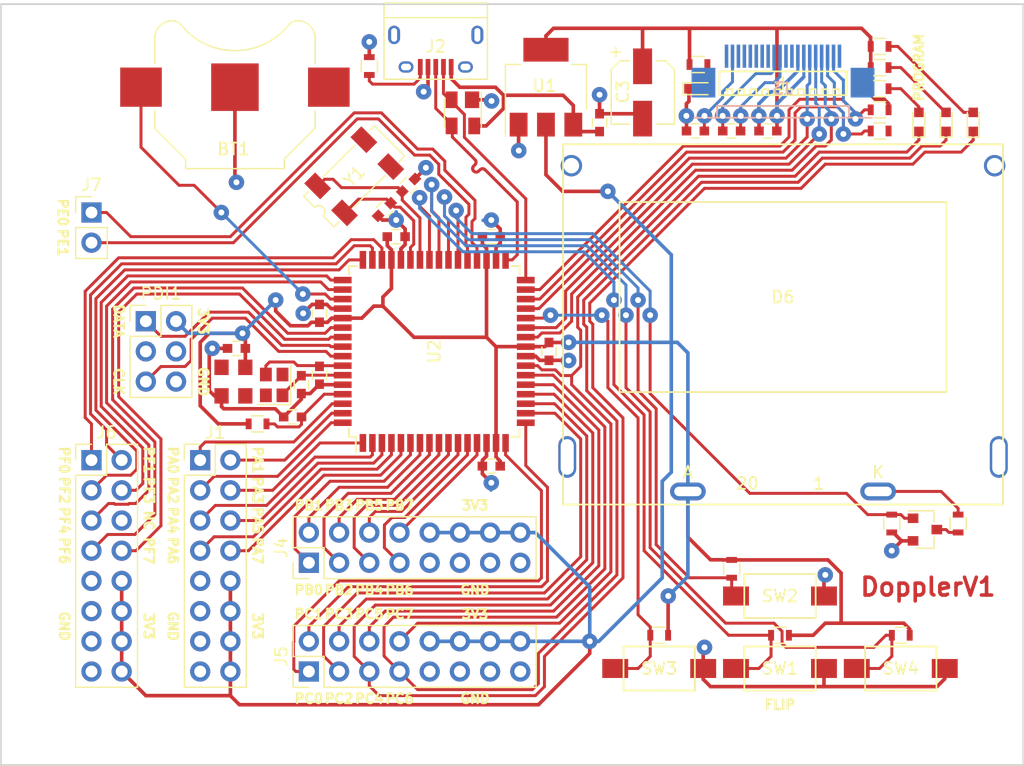
<source format=kicad_pcb>
(kicad_pcb (version 20171130) (host pcbnew "(5.0.0-rc2-dev-311-g1dd4af297)")
  (layers (0 F.Cu signal) (31 B.Cu signal) (34 B.Paste user) (35 F.Paste user) (36 B.SilkS user) (37 F.SilkS user) (38 B.Mask user) (39 F.Mask user) (44 Edge.Cuts user))
  (net 0 "")
  (net 1 GND)
  (net 2 +5V)
  (net 3 +3V3)
  (net 4 /D-)
  (net 5 /D+)
  (net 6 /DISP_/CS1)
  (net 7 /DISP_/RES)
  (net 8 /DISP_A0)
  (net 9 /DISP_SCL)
  (net 10 /DISP_SI)
  (net 11 "Net-(C4-Pad2)")
  (net 12 /SW1)
  (net 13 /SW2)
  (net 14 /SW3)
  (net 15 /SW4)
  (net 16 /PDI_DATA)
  (net 17 /PDI_CLK)
  (net 18 "Net-(BT1-Pad1)")
  (net 19 "Net-(C1-Pad1)")
  (net 20 "Net-(C5-Pad2)")
  (net 21 "Net-(C6-Pad2)")
  (net 22 "Net-(C6-Pad1)")
  (net 23 "Net-(C7-Pad2)")
  (net 24 "Net-(C8-Pad2)")
  (net 25 "Net-(C9-Pad2)")
  (net 26 "Net-(J2-Pad5)")
  (net 27 /DISP_BL)
  (net 28 "Net-(Q1-Pad3)")
  (net 29 /PB0)
  (net 30 /PB1)
  (net 31 /PB2)
  (net 32 /PB3)
  (net 33 /PB4)
  (net 34 /PB5)
  (net 35 /PB6)
  (net 36 /PB7)
  (net 37 /PC0)
  (net 38 /PC1)
  (net 39 /PC2)
  (net 40 /PC3)
  (net 41 /PC4)
  (net 42 /PC5)
  (net 43 /PC6)
  (net 44 /PC7)
  (net 45 /PF0)
  (net 46 /PF1)
  (net 47 /PF2)
  (net 48 /PF3)
  (net 49 /PF4)
  (net 50 /PF6)
  (net 51 /PF7)
  (net 52 /US_1)
  (net 53 /US_2)
  (net 54 /PA0)
  (net 55 /PA1)
  (net 56 /PA2)
  (net 57 /PA3)
  (net 58 /PA4)
  (net 59 /PA5)
  (net 60 /PA6)
  (net 61 /PA7)
  (net 62 "Net-(D1-Pad2)")
  (net 63 "Net-(D5-Pad2)")
  (net 64 "Net-(D2-Pad2)")
  (net 65 "Net-(D3-Pad2)")
  (net 66 "Net-(D6-Pad1)")
  (module mpio:DEM_128064P_SBH-PW-N (layer F.Cu) (at 180.086 89.408)
    (fp_text reference D6 (at 0 0) (layer F.SilkS))
    (fp_text value LED)
    (fp_text user 1 (at 3 15.68) (layer F.SilkS))
    (fp_text user 20 (at -3 15.68) (layer F.SilkS))
    (fp_text user K (at 8.001 14.732) (layer F.SilkS))
    (fp_text user A (at -8.001 14.732) (layer F.SilkS))
    (pad "" thru_hole circle (at -17.8 -11.05) (size 1.8 1.8) (drill 1.3) (layers *.Cu *.Mask))
    (pad "" thru_hole circle (at 17.8 -11.05) (size 1.8 1.8) (drill 1.3) (layers *.Cu *.Mask))
    (pad "" thru_hole oval (at -18.15 13.45) (size 1.5 3.5) (drill oval 1.1 3) (layers *.Cu *.Mask))
    (pad "" thru_hole oval (at 18.15 13.45) (size 1.5 3.5) (drill oval 1.1 3) (layers *.Cu *.Mask))
    (pad 2 thru_hole oval (at -8 16.35) (size 3 1.5) (drill oval 2.3 0.8) (layers *.Cu *.Mask) (net 3 +3V3))
    (pad 1 thru_hole oval (at 8 16.35) (size 3 1.5) (drill oval 2.3 0.8) (layers *.Cu *.Mask) (net 66 "Net-(D6-Pad1)"))
    (pad "" np_thru_hole oval (at 0 19.45) (size 14 3) (drill oval 14 3) (layers *.Cu *.Mask))
  )
  (module mpio:PCA-6G-20-HL-3 (layer B.Cu) (at 180.086 71.374 180)
    (fp_text reference J3 (at 0 -0.5 180) (layer B.SilkS) (effects (justify mirror)))
    (fp_text value PCA-6G-20-HL-3)
    (pad 0 smd rect (at 6.69 0 180) (size 2 2.5) (layers B.Cu B.Paste B.Mask))
    (pad 0 smd rect (at -6.69 0 180) (size 2 2.5) (layers B.Cu B.Paste B.Mask))
    (pad 20 smd rect (at 4.75 2.225 180) (size 0.3 1.95) (layers B.Cu B.Paste B.Mask))
    (pad 19 smd rect (at 4.25 2.225 180) (size 0.3 1.95) (layers B.Cu B.Paste B.Mask) (net 25 "Net-(C9-Pad2)"))
    (pad 18 smd rect (at 3.75 2.225 180) (size 0.3 1.95) (layers B.Cu B.Paste B.Mask))
    (pad 17 smd rect (at 3.25 2.225 180) (size 0.3 1.95) (layers B.Cu B.Paste B.Mask))
    (pad 16 smd rect (at 2.75 2.225 180) (size 0.3 1.95) (layers B.Cu B.Paste B.Mask))
    (pad 15 smd rect (at 2.25 2.225 180) (size 0.3 1.95) (layers B.Cu B.Paste B.Mask))
    (pad 14 smd rect (at 1.75 2.225 180) (size 0.3 1.95) (layers B.Cu B.Paste B.Mask))
    (pad 13 smd rect (at 1.25 2.225 180) (size 0.3 1.95) (layers B.Cu B.Paste B.Mask))
    (pad 12 smd rect (at 0.75 2.225 180) (size 0.3 1.95) (layers B.Cu B.Paste B.Mask) (net 21 "Net-(C6-Pad2)"))
    (pad 11 smd rect (at 0.25 2.225 180) (size 0.3 1.95) (layers B.Cu B.Paste B.Mask) (net 22 "Net-(C6-Pad1)"))
    (pad 10 smd rect (at -0.25 2.225 180) (size 0.3 1.95) (layers B.Cu B.Paste B.Mask))
    (pad 9 smd rect (at -0.75 2.225 180) (size 0.3 1.95) (layers B.Cu B.Paste B.Mask))
    (pad 8 smd rect (at -1.25 2.225 180) (size 0.3 1.95) (layers B.Cu B.Paste B.Mask) (net 1 GND))
    (pad 7 smd rect (at -1.75 2.225 180) (size 0.3 1.95) (layers B.Cu B.Paste B.Mask) (net 3 +3V3))
    (pad 6 smd rect (at -2.25 2.225 180) (size 0.3 1.95) (layers B.Cu B.Paste B.Mask) (net 10 /DISP_SI))
    (pad 5 smd rect (at -2.75 2.225 180) (size 0.3 1.95) (layers B.Cu B.Paste B.Mask) (net 9 /DISP_SCL))
    (pad 4 smd rect (at -3.25 2.225 180) (size 0.3 1.95) (layers B.Cu B.Paste B.Mask) (net 8 /DISP_A0))
    (pad 3 smd rect (at -3.75 2.225 180) (size 0.3 1.95) (layers B.Cu B.Paste B.Mask) (net 7 /DISP_/RES))
    (pad 2 smd rect (at -4.25 2.225 180) (size 0.3 1.95) (layers B.Cu B.Paste B.Mask) (net 6 /DISP_/CS1))
    (pad 1 smd rect (at -4.75 2.225 180) (size 0.3 1.95) (layers B.Cu B.Paste B.Mask))
  )
  (module mpio:crystal_3.2x2.5 (layer F.Cu) (at 133.858 96.52 270)
    (fp_text reference U3 hide)
    (fp_text value TCXO)
    (pad 1 smd rect (at -1.2 1 270) (size 1.3 1.2) (layers F.Cu F.Paste F.Mask))
    (pad 2 smd rect (at 1.2 1 270) (size 1.3 1.2) (layers F.Cu F.Paste F.Mask) (net 1 GND))
    (pad 3 smd rect (at 1.2 -1 270) (size 1.3 1.2) (layers F.Cu F.Paste F.Mask))
    (pad 4 smd rect (at -1.2 -1 270) (size 1.3 1.2) (layers F.Cu F.Paste F.Mask) (net 3 +3V3))
  )
  (module Mounting_Holes:MountingHole_3.2mm_M3 (layer F.Cu) (at 117.856 125.222)
    (fp_text reference REF** hide)
    (fp_text value MountingHole_3.2mm_M3)
    (pad 1 np_thru_hole circle (at 0 0) (size 3.2 3.2) (drill 3.2) (layers *.Cu *.Mask))
  )
  (module Pin_Headers:Pin_Header_Straight_2x08_Pitch2.54mm (layer F.Cu) (at 131.064 103.124)
    (fp_text reference J1 (at 1.27 -2.33) (layer F.SilkS))
    (fp_text value Conn_02x08)
    (pad 1 thru_hole rect (at 0 0) (size 1.7 1.7) (drill 1) (layers *.Cu *.Mask) (net 54 /PA0))
    (pad 2 thru_hole oval (at 2.54 0) (size 1.7 1.7) (drill 1) (layers *.Cu *.Mask) (net 55 /PA1))
    (pad 3 thru_hole oval (at 0 2.54) (size 1.7 1.7) (drill 1) (layers *.Cu *.Mask) (net 56 /PA2))
    (pad 4 thru_hole oval (at 2.54 2.54) (size 1.7 1.7) (drill 1) (layers *.Cu *.Mask) (net 57 /PA3))
    (pad 5 thru_hole oval (at 0 5.08) (size 1.7 1.7) (drill 1) (layers *.Cu *.Mask) (net 58 /PA4))
    (pad 6 thru_hole oval (at 2.54 5.08) (size 1.7 1.7) (drill 1) (layers *.Cu *.Mask) (net 59 /PA5))
    (pad 7 thru_hole oval (at 0 7.62) (size 1.7 1.7) (drill 1) (layers *.Cu *.Mask) (net 60 /PA6))
    (pad 8 thru_hole oval (at 2.54 7.62) (size 1.7 1.7) (drill 1) (layers *.Cu *.Mask) (net 61 /PA7))
    (pad 9 thru_hole oval (at 0 10.16) (size 1.7 1.7) (drill 1) (layers *.Cu *.Mask) (net 1 GND))
    (pad 10 thru_hole oval (at 2.54 10.16) (size 1.7 1.7) (drill 1) (layers *.Cu *.Mask) (net 3 +3V3))
    (pad 11 thru_hole oval (at 0 12.7) (size 1.7 1.7) (drill 1) (layers *.Cu *.Mask) (net 1 GND))
    (pad 12 thru_hole oval (at 2.54 12.7) (size 1.7 1.7) (drill 1) (layers *.Cu *.Mask) (net 3 +3V3))
    (pad 13 thru_hole oval (at 0 15.24) (size 1.7 1.7) (drill 1) (layers *.Cu *.Mask) (net 1 GND))
    (pad 14 thru_hole oval (at 2.54 15.24) (size 1.7 1.7) (drill 1) (layers *.Cu *.Mask) (net 3 +3V3))
    (pad 15 thru_hole oval (at 0 17.78) (size 1.7 1.7) (drill 1) (layers *.Cu *.Mask) (net 1 GND))
    (pad 16 thru_hole oval (at 2.54 17.78) (size 1.7 1.7) (drill 1) (layers *.Cu *.Mask) (net 3 +3V3))
  )
  (module Resistors_SMD:R_0603 (layer F.Cu) (at 188.214 73.66)
    (fp_text reference R2 hide)
    (fp_text value 100k)
    (pad 1 smd rect (at -0.75 0) (size 0.5 0.9) (layers F.Cu F.Paste F.Mask) (net 6 /DISP_/CS1))
    (pad 2 smd rect (at 0.75 0) (size 0.5 0.9) (layers F.Cu F.Paste F.Mask) (net 3 +3V3))
  )
  (module Resistors_SMD:R_0603 (layer F.Cu) (at 145.288 69.977 270)
    (fp_text reference R6 hide)
    (fp_text value N.M.)
    (pad 1 smd rect (at -0.75 0 270) (size 0.5 0.9) (layers F.Cu F.Paste F.Mask) (net 1 GND))
    (pad 2 smd rect (at 0.75 0 270) (size 0.5 0.9) (layers F.Cu F.Paste F.Mask) (net 26 "Net-(J2-Pad5)"))
  )
  (module Housings_QFP:TQFP-64_14x14mm_Pitch0.8mm (layer F.Cu) (at 150.749 93.98 90)
    (fp_text reference U2 (at 0 0 90) (layer F.SilkS))
    (fp_text value ATXMEGA256A3BU-AU)
    (pad 1 smd rect (at -7.7 -6 90) (size 1.5 0.55) (layers F.Cu F.Paste F.Mask) (net 57 /PA3))
    (pad 2 smd rect (at -7.7 -5.2 90) (size 1.5 0.55) (layers F.Cu F.Paste F.Mask) (net 58 /PA4))
    (pad 3 smd rect (at -7.7 -4.4 90) (size 1.5 0.55) (layers F.Cu F.Paste F.Mask) (net 59 /PA5))
    (pad 4 smd rect (at -7.7 -3.6 90) (size 1.5 0.55) (layers F.Cu F.Paste F.Mask) (net 60 /PA6))
    (pad 5 smd rect (at -7.7 -2.8 90) (size 1.5 0.55) (layers F.Cu F.Paste F.Mask) (net 61 /PA7))
    (pad 6 smd rect (at -7.7 -2 90) (size 1.5 0.55) (layers F.Cu F.Paste F.Mask) (net 29 /PB0))
    (pad 7 smd rect (at -7.7 -1.2 90) (size 1.5 0.55) (layers F.Cu F.Paste F.Mask) (net 30 /PB1))
    (pad 8 smd rect (at -7.7 -0.4 90) (size 1.5 0.55) (layers F.Cu F.Paste F.Mask) (net 31 /PB2))
    (pad 9 smd rect (at -7.7 0.4 90) (size 1.5 0.55) (layers F.Cu F.Paste F.Mask) (net 32 /PB3))
    (pad 10 smd rect (at -7.7 1.2 90) (size 1.5 0.55) (layers F.Cu F.Paste F.Mask) (net 33 /PB4))
    (pad 11 smd rect (at -7.7 2 90) (size 1.5 0.55) (layers F.Cu F.Paste F.Mask) (net 34 /PB5))
    (pad 12 smd rect (at -7.7 2.8 90) (size 1.5 0.55) (layers F.Cu F.Paste F.Mask) (net 35 /PB6))
    (pad 13 smd rect (at -7.7 3.6 90) (size 1.5 0.55) (layers F.Cu F.Paste F.Mask) (net 36 /PB7))
    (pad 14 smd rect (at -7.7 4.4 90) (size 1.5 0.55) (layers F.Cu F.Paste F.Mask) (net 1 GND))
    (pad 15 smd rect (at -7.7 5.2 90) (size 1.5 0.55) (layers F.Cu F.Paste F.Mask) (net 3 +3V3))
    (pad 16 smd rect (at -7.7 6 90) (size 1.5 0.55) (layers F.Cu F.Paste F.Mask) (net 37 /PC0))
    (pad 17 smd rect (at -6 7.7 180) (size 1.5 0.55) (layers F.Cu F.Paste F.Mask) (net 38 /PC1))
    (pad 18 smd rect (at -5.2 7.7 180) (size 1.5 0.55) (layers F.Cu F.Paste F.Mask) (net 39 /PC2))
    (pad 19 smd rect (at -4.4 7.7 180) (size 1.5 0.55) (layers F.Cu F.Paste F.Mask) (net 40 /PC3))
    (pad 20 smd rect (at -3.6 7.7 180) (size 1.5 0.55) (layers F.Cu F.Paste F.Mask) (net 41 /PC4))
    (pad 21 smd rect (at -2.8 7.7 180) (size 1.5 0.55) (layers F.Cu F.Paste F.Mask) (net 42 /PC5))
    (pad 22 smd rect (at -2 7.7 180) (size 1.5 0.55) (layers F.Cu F.Paste F.Mask) (net 43 /PC6))
    (pad 23 smd rect (at -1.2 7.7 180) (size 1.5 0.55) (layers F.Cu F.Paste F.Mask) (net 44 /PC7))
    (pad 24 smd rect (at -0.4 7.7 180) (size 1.5 0.55) (layers F.Cu F.Paste F.Mask) (net 1 GND))
    (pad 25 smd rect (at 0.4 7.7 180) (size 1.5 0.55) (layers F.Cu F.Paste F.Mask) (net 3 +3V3))
    (pad 26 smd rect (at 1.2 7.7 180) (size 1.5 0.55) (layers F.Cu F.Paste F.Mask) (net 8 /DISP_A0))
    (pad 27 smd rect (at 2 7.7 180) (size 1.5 0.55) (layers F.Cu F.Paste F.Mask) (net 9 /DISP_SCL))
    (pad 28 smd rect (at 2.8 7.7 180) (size 1.5 0.55) (layers F.Cu F.Paste F.Mask) (net 14 /SW3))
    (pad 29 smd rect (at 3.6 7.7 180) (size 1.5 0.55) (layers F.Cu F.Paste F.Mask) (net 10 /DISP_SI))
    (pad 30 smd rect (at 4.4 7.7 180) (size 1.5 0.55) (layers F.Cu F.Paste F.Mask) (net 7 /DISP_/RES))
    (pad 31 smd rect (at 5.2 7.7 180) (size 1.5 0.55) (layers F.Cu F.Paste F.Mask) (net 6 /DISP_/CS1))
    (pad 32 smd rect (at 6 7.7 180) (size 1.5 0.55) (layers F.Cu F.Paste F.Mask) (net 4 /D-))
    (pad 33 smd rect (at 7.7 6 90) (size 1.5 0.55) (layers F.Cu F.Paste F.Mask) (net 5 /D+))
    (pad 34 smd rect (at 7.7 5.2 90) (size 1.5 0.55) (layers F.Cu F.Paste F.Mask) (net 1 GND))
    (pad 35 smd rect (at 7.7 4.4 90) (size 1.5 0.55) (layers F.Cu F.Paste F.Mask) (net 3 +3V3))
    (pad 36 smd rect (at 7.7 3.6 90) (size 1.5 0.55) (layers F.Cu F.Paste F.Mask) (net 52 /US_1))
    (pad 37 smd rect (at 7.7 2.8 90) (size 1.5 0.55) (layers F.Cu F.Paste F.Mask) (net 53 /US_2))
    (pad 38 smd rect (at 7.7 2 90) (size 1.5 0.55) (layers F.Cu F.Paste F.Mask) (net 27 /DISP_BL))
    (pad 39 smd rect (at 7.7 1.2 90) (size 1.5 0.55) (layers F.Cu F.Paste F.Mask) (net 13 /SW2))
    (pad 40 smd rect (at 7.7 0.4 90) (size 1.5 0.55) (layers F.Cu F.Paste F.Mask) (net 15 /SW4))
    (pad 41 smd rect (at 7.7 -0.4 90) (size 1.5 0.55) (layers F.Cu F.Paste F.Mask) (net 12 /SW1))
    (pad 42 smd rect (at 7.7 -1.2 90) (size 1.5 0.55) (layers F.Cu F.Paste F.Mask) (net 11 "Net-(C4-Pad2)"))
    (pad 43 smd rect (at 7.7 -2 90) (size 1.5 0.55) (layers F.Cu F.Paste F.Mask) (net 20 "Net-(C5-Pad2)"))
    (pad 44 smd rect (at 7.7 -2.8 90) (size 1.5 0.55) (layers F.Cu F.Paste F.Mask) (net 1 GND))
    (pad 45 smd rect (at 7.7 -3.6 90) (size 1.5 0.55) (layers F.Cu F.Paste F.Mask) (net 3 +3V3))
    (pad 46 smd rect (at 7.7 -4.4 90) (size 1.5 0.55) (layers F.Cu F.Paste F.Mask) (net 45 /PF0))
    (pad 47 smd rect (at 7.7 -5.2 90) (size 1.5 0.55) (layers F.Cu F.Paste F.Mask) (net 46 /PF1))
    (pad 48 smd rect (at 7.7 -6 90) (size 1.5 0.55) (layers F.Cu F.Paste F.Mask) (net 47 /PF2))
    (pad 49 smd rect (at 6 -7.7 180) (size 1.5 0.55) (layers F.Cu F.Paste F.Mask) (net 48 /PF3))
    (pad 50 smd rect (at 5.2 -7.7 180) (size 1.5 0.55) (layers F.Cu F.Paste F.Mask) (net 49 /PF4))
    (pad 51 smd rect (at 4.4 -7.7 180) (size 1.5 0.55) (layers F.Cu F.Paste F.Mask) (net 18 "Net-(BT1-Pad1)"))
    (pad 52 smd rect (at 3.6 -7.7 180) (size 1.5 0.55) (layers F.Cu F.Paste F.Mask) (net 1 GND))
    (pad 53 smd rect (at 2.8 -7.7 180) (size 1.5 0.55) (layers F.Cu F.Paste F.Mask) (net 3 +3V3))
    (pad 54 smd rect (at 2 -7.7 180) (size 1.5 0.55) (layers F.Cu F.Paste F.Mask) (net 50 /PF6))
    (pad 55 smd rect (at 1.2 -7.7 180) (size 1.5 0.55) (layers F.Cu F.Paste F.Mask) (net 51 /PF7))
    (pad 56 smd rect (at 0.4 -7.7 180) (size 1.5 0.55) (layers F.Cu F.Paste F.Mask) (net 16 /PDI_DATA))
    (pad 57 smd rect (at -0.4 -7.7 180) (size 1.5 0.55) (layers F.Cu F.Paste F.Mask) (net 17 /PDI_CLK))
    (pad 58 smd rect (at -1.2 -7.7 180) (size 1.5 0.55) (layers F.Cu F.Paste F.Mask) (net 23 "Net-(C7-Pad2)"))
    (pad 59 smd rect (at -2 -7.7 180) (size 1.5 0.55) (layers F.Cu F.Paste F.Mask) (net 24 "Net-(C8-Pad2)"))
    (pad 60 smd rect (at -2.8 -7.7 180) (size 1.5 0.55) (layers F.Cu F.Paste F.Mask) (net 1 GND))
    (pad 61 smd rect (at -3.6 -7.7 180) (size 1.5 0.55) (layers F.Cu F.Paste F.Mask) (net 19 "Net-(C1-Pad1)"))
    (pad 62 smd rect (at -4.4 -7.7 180) (size 1.5 0.55) (layers F.Cu F.Paste F.Mask) (net 54 /PA0))
    (pad 63 smd rect (at -5.2 -7.7 180) (size 1.5 0.55) (layers F.Cu F.Paste F.Mask) (net 55 /PA1))
    (pad 64 smd rect (at -6 -7.7 180) (size 1.5 0.55) (layers F.Cu F.Paste F.Mask) (net 56 /PA2))
  )
  (module Mounting_Holes:MountingHole_3.2mm_M3 (layer F.Cu) (at 196.723 68.326)
    (fp_text reference REF** hide)
    (fp_text value MountingHole_3.2mm_M3)
    (pad 1 np_thru_hole circle (at 0 0) (size 3.2 3.2) (drill 3.2) (layers *.Cu *.Mask))
  )
  (module Crystals:Crystal_SMD_SeikoEpson_MC306-4pin_8.0x3.2mm (layer F.Cu) (at 144.018 79.248 45)
    (fp_text reference Y1 (at 0 0 45) (layer F.SilkS))
    (fp_text value MC306)
    (pad 1 smd rect (at -2.75 1.6 45) (size 1.3 1.9) (layers F.Cu F.Paste F.Mask) (net 20 "Net-(C5-Pad2)"))
    (pad 2 smd rect (at 2.75 1.6 45) (size 1.3 1.9) (layers F.Cu F.Paste F.Mask))
    (pad 3 smd rect (at 2.75 -1.6 45) (size 1.3 1.9) (layers F.Cu F.Paste F.Mask))
    (pad 4 smd rect (at -2.75 -1.6 45) (size 1.3 1.9) (layers F.Cu F.Paste F.Mask) (net 11 "Net-(C4-Pad2)"))
  )
  (module Mounting_Holes:MountingHole_3.2mm_M3 (layer F.Cu) (at 196.723 125.095)
    (fp_text reference REF** hide)
    (fp_text value MountingHole_3.2mm_M3)
    (pad 1 np_thru_hole circle (at 0 0) (size 3.2 3.2) (drill 3.2) (layers *.Cu *.Mask))
  )
  (module Capacitors_SMD:C_0603 (layer F.Cu) (at 147.5486 84.328)
    (fp_text reference C15 hide)
    (fp_text value 100n)
    (pad 2 smd rect (at 0.75 0) (size 0.8 0.75) (layers F.Cu F.Paste F.Mask) (net 1 GND))
    (pad 1 smd rect (at -0.75 0) (size 0.8 0.75) (layers F.Cu F.Paste F.Mask) (net 3 +3V3))
  )
  (module TO_SOT_Packages_SMD:SOT-223-3_TabPin2 (layer F.Cu) (at 160.147 71.755 90)
    (fp_text reference U1 (at 0.127 -0.127 180) (layer F.SilkS))
    (fp_text value LD1117S33TR)
    (pad 2 smd rect (at 3.15 0 90) (size 2 3.8) (layers F.Cu F.Paste F.Mask) (net 3 +3V3))
    (pad 2 smd rect (at -3.15 0 90) (size 2 1.5) (layers F.Cu F.Paste F.Mask) (net 3 +3V3))
    (pad 3 smd rect (at -3.15 2.3 90) (size 2 1.5) (layers F.Cu F.Paste F.Mask) (net 2 +5V))
    (pad 1 smd rect (at -3.15 -2.3 90) (size 2 1.5) (layers F.Cu F.Paste F.Mask) (net 1 GND))
  )
  (module TO_SOT_Packages_SMD:SOT-143 (layer F.Cu) (at 153.162 73.914 270)
    (fp_text reference D4 hide)
    (fp_text value PRTR5V0U2X)
    (pad 1 smd rect (at -1.1 -0.77 180) (size 1.2 1.4) (layers F.Cu F.Paste F.Mask) (net 1 GND))
    (pad 2 smd rect (at -1.1 0.95 180) (size 1 1.4) (layers F.Cu F.Paste F.Mask) (net 4 /D-))
    (pad 3 smd rect (at 1.1 0.95 180) (size 1 1.4) (layers F.Cu F.Paste F.Mask) (net 5 /D+))
    (pad 4 smd rect (at 1.1 -0.95 180) (size 1 1.4) (layers F.Cu F.Paste F.Mask) (net 2 +5V))
  )
  (module mpio:USB_Micro-B (layer F.Cu) (at 150.876 68.707 180)
    (fp_text reference J2 (at 0 0.381 180) (layer F.SilkS))
    (fp_text value USB_B)
    (pad 1 smd rect (at -1.3 -1.35 270) (size 1.35 0.4) (layers F.Cu F.Paste F.Mask) (net 2 +5V))
    (pad 2 smd rect (at -0.65 -1.35 270) (size 1.35 0.4) (layers F.Cu F.Paste F.Mask) (net 4 /D-))
    (pad 3 smd rect (at 0 -1.35 270) (size 1.35 0.4) (layers F.Cu F.Paste F.Mask) (net 5 /D+))
    (pad 4 smd rect (at 0.65 -1.35 270) (size 1.35 0.4) (layers F.Cu F.Paste F.Mask) (net 1 GND))
    (pad 5 smd rect (at 1.3 -1.35 270) (size 1.35 0.4) (layers F.Cu F.Paste F.Mask) (net 26 "Net-(J2-Pad5)"))
    (pad 6 thru_hole oval (at -2.5 -1.35 270) (size 0.95 1.25) (drill oval 0.55 0.85) (layers *.Cu *.Mask))
    (pad 6 thru_hole oval (at 2.5 -1.35 270) (size 0.95 1.25) (drill oval 0.55 0.85) (layers *.Cu *.Mask))
    (pad 6 thru_hole oval (at -3.5 1.35 270) (size 1.55 1) (drill oval 1.15 0.5) (layers *.Cu *.Mask))
    (pad 6 thru_hole oval (at 3.5 1.35 270) (size 1.55 1) (drill oval 1.15 0.5) (layers *.Cu *.Mask))
  )
  (module Capacitors_SMD:C_0603 (layer F.Cu) (at 164.6555 74.7395 90)
    (fp_text reference C2 hide)
    (fp_text value 100n)
    (pad 2 smd rect (at 0.75 0 90) (size 0.8 0.75) (layers F.Cu F.Paste F.Mask) (net 1 GND))
    (pad 1 smd rect (at -0.75 0 90) (size 0.8 0.75) (layers F.Cu F.Paste F.Mask) (net 2 +5V))
  )
  (module Capacitors_SMD:CP_Elec_5x5.3 (layer F.Cu) (at 168.275 72.1995 270)
    (fp_text reference C3 (at -0.0635 1.651 90) (layer F.SilkS))
    (fp_text value 10u)
    (fp_text user + (at -3.38 2.34 270) (layer F.SilkS))
    (pad 1 smd rect (at -2.2 0 90) (size 3 1.6) (layers F.Cu F.Paste F.Mask) (net 3 +3V3))
    (pad 2 smd rect (at 2.2 0 90) (size 3 1.6) (layers F.Cu F.Paste F.Mask) (net 1 GND))
  )
  (module Crystals:Crystal_SMD_2520-4pin_2.5x2.0mm (layer F.Cu) (at 137.287 96.7994 90)
    (fp_text reference Y2 hide)
    (fp_text value "16.00M-SMDXT224 ")
    (pad 1 smd rect (at -0.875 0.7 90) (size 1.15 1) (layers F.Cu F.Paste F.Mask) (net 24 "Net-(C8-Pad2)"))
    (pad 2 smd rect (at 0.875 0.7 90) (size 1.15 1) (layers F.Cu F.Paste F.Mask))
    (pad 3 smd rect (at 0.875 -0.7 90) (size 1.15 1) (layers F.Cu F.Paste F.Mask) (net 23 "Net-(C7-Pad2)"))
    (pad 4 smd rect (at -0.875 -0.7 90) (size 1.15 1) (layers F.Cu F.Paste F.Mask))
  )
  (module Capacitors_SMD:C_0603 (layer F.Cu) (at 141.097 95.9866 90)
    (fp_text reference C7 hide)
    (fp_text value 18pF)
    (pad 2 smd rect (at 0.75 0 90) (size 0.8 0.75) (layers F.Cu F.Paste F.Mask) (net 23 "Net-(C7-Pad2)"))
    (pad 1 smd rect (at -0.75 0 90) (size 0.8 0.75) (layers F.Cu F.Paste F.Mask) (net 1 GND))
  )
  (module Capacitors_SMD:C_0603 (layer F.Cu) (at 139.573 96.774 90)
    (fp_text reference C8 hide)
    (fp_text value 18pF)
    (pad 1 smd rect (at -0.75 0 90) (size 0.8 0.75) (layers F.Cu F.Paste F.Mask) (net 1 GND))
    (pad 2 smd rect (at 0.75 0 90) (size 0.8 0.75) (layers F.Cu F.Paste F.Mask) (net 24 "Net-(C8-Pad2)"))
  )
  (module Capacitors_SMD:C_0603 (layer F.Cu) (at 155.5496 103.632 180)
    (fp_text reference C12 hide)
    (fp_text value 100n)
    (pad 2 smd rect (at 0.75 0 180) (size 0.8 0.75) (layers F.Cu F.Paste F.Mask) (net 1 GND))
    (pad 1 smd rect (at -0.75 0 180) (size 0.8 0.75) (layers F.Cu F.Paste F.Mask) (net 3 +3V3))
  )
  (module Capacitors_SMD:C_0603 (layer F.Cu) (at 160.401 93.98 270)
    (fp_text reference C13 hide)
    (fp_text value 100n)
    (pad 2 smd rect (at 0.75 0 270) (size 0.8 0.75) (layers F.Cu F.Paste F.Mask) (net 1 GND))
    (pad 1 smd rect (at -0.75 0 270) (size 0.8 0.75) (layers F.Cu F.Paste F.Mask) (net 3 +3V3))
  )
  (module Capacitors_SMD:C_0603 (layer F.Cu) (at 155.5496 84.328)
    (fp_text reference C14 hide)
    (fp_text value 100n)
    (pad 2 smd rect (at 0.75 0) (size 0.8 0.75) (layers F.Cu F.Paste F.Mask) (net 1 GND))
    (pad 1 smd rect (at -0.75 0) (size 0.8 0.75) (layers F.Cu F.Paste F.Mask) (net 3 +3V3))
  )
  (module Capacitors_SMD:C_0603 (layer F.Cu) (at 141.097 90.7796 90)
    (fp_text reference C16 hide)
    (fp_text value 100n)
    (pad 2 smd rect (at 0.75 0 90) (size 0.8 0.75) (layers F.Cu F.Paste F.Mask) (net 1 GND))
    (pad 1 smd rect (at -0.75 0 90) (size 0.8 0.75) (layers F.Cu F.Paste F.Mask) (net 3 +3V3))
  )
  (module Capacitors_SMD:C_0603 (layer F.Cu) (at 138.8364 99.4918 180)
    (fp_text reference C1 hide)
    (fp_text value 100n)
    (pad 2 smd rect (at 0.75 0 180) (size 0.8 0.75) (layers F.Cu F.Paste F.Mask) (net 1 GND))
    (pad 1 smd rect (at -0.75 0 180) (size 0.8 0.75) (layers F.Cu F.Paste F.Mask) (net 19 "Net-(C1-Pad1)"))
  )
  (module Inductors_SMD:L_0603 (layer F.Cu) (at 135.89 100.076 180)
    (fp_text reference L1 hide)
    (fp_text value " BLM18BD221SN1D")
    (pad 1 smd rect (at -0.75 0 180) (size 0.5 0.9) (layers F.Cu F.Paste F.Mask) (net 19 "Net-(C1-Pad1)"))
    (pad 2 smd rect (at 0.75 0 180) (size 0.5 0.9) (layers F.Cu F.Paste F.Mask) (net 3 +3V3))
  )
  (module Capacitors_SMD:C_0603 (layer F.Cu) (at 134.112 93.726 180)
    (fp_text reference C10 hide)
    (fp_text value 100n)
    (pad 2 smd rect (at 0.75 0 180) (size 0.8 0.75) (layers F.Cu F.Paste F.Mask) (net 1 GND))
    (pad 1 smd rect (at -0.75 0 180) (size 0.8 0.75) (layers F.Cu F.Paste F.Mask) (net 3 +3V3))
  )
  (module Capacitors_SMD:C_0603 (layer F.Cu) (at 175.768 75.438 180)
    (fp_text reference C6 hide)
    (fp_text value 1u)
    (pad 2 smd rect (at 0.75 0 180) (size 0.8 0.75) (layers F.Cu F.Paste F.Mask) (net 21 "Net-(C6-Pad2)"))
    (pad 1 smd rect (at -0.75 0 180) (size 0.8 0.75) (layers F.Cu F.Paste F.Mask) (net 22 "Net-(C6-Pad1)"))
  )
  (module Capacitors_SMD:C_0603 (layer F.Cu) (at 178.816 75.438 180)
    (fp_text reference C11 hide)
    (fp_text value 1u)
    (pad 2 smd rect (at 0.75 0 180) (size 0.8 0.75) (layers F.Cu F.Paste F.Mask) (net 1 GND))
    (pad 1 smd rect (at -0.75 0 180) (size 0.8 0.75) (layers F.Cu F.Paste F.Mask) (net 3 +3V3))
  )
  (module Capacitors_SMD:C_0603 (layer F.Cu) (at 172.72 75.438)
    (fp_text reference C9 hide)
    (fp_text value 1u)
    (pad 2 smd rect (at 0.75 0) (size 0.8 0.75) (layers F.Cu F.Paste F.Mask) (net 25 "Net-(C9-Pad2)"))
    (pad 1 smd rect (at -0.75 0) (size 0.8 0.75) (layers F.Cu F.Paste F.Mask) (net 1 GND))
  )
  (module Resistors_SMD:R_0603 (layer F.Cu) (at 194.818 108.458 90)
    (fp_text reference R8 hide)
    (fp_text value 110)
    (pad 1 smd rect (at -0.75 0 90) (size 0.5 0.9) (layers F.Cu F.Paste F.Mask) (net 28 "Net-(Q1-Pad3)"))
    (pad 2 smd rect (at 0.75 0 90) (size 0.5 0.9) (layers F.Cu F.Paste F.Mask) (net 66 "Net-(D6-Pad1)"))
  )
  (module Resistors_SMD:R_0603 (layer F.Cu) (at 179.832 117.856 180)
    (fp_text reference R9 hide)
    (fp_text value 100K)
    (pad 1 smd rect (at -0.75 0 180) (size 0.5 0.9) (layers F.Cu F.Paste F.Mask) (net 3 +3V3))
    (pad 2 smd rect (at 0.75 0 180) (size 0.5 0.9) (layers F.Cu F.Paste F.Mask) (net 12 /SW1))
  )
  (module Resistors_SMD:R_0603 (layer F.Cu) (at 175.768 112.268 270)
    (fp_text reference R10 hide)
    (fp_text value 100K)
    (pad 1 smd rect (at -0.75 0 270) (size 0.5 0.9) (layers F.Cu F.Paste F.Mask) (net 3 +3V3))
    (pad 2 smd rect (at 0.75 0 270) (size 0.5 0.9) (layers F.Cu F.Paste F.Mask) (net 13 /SW2))
  )
  (module Resistors_SMD:R_0603 (layer F.Cu) (at 169.672 117.856 180)
    (fp_text reference R11 hide)
    (fp_text value 100K)
    (pad 1 smd rect (at -0.75 0 180) (size 0.5 0.9) (layers F.Cu F.Paste F.Mask) (net 3 +3V3))
    (pad 2 smd rect (at 0.75 0 180) (size 0.5 0.9) (layers F.Cu F.Paste F.Mask) (net 14 /SW3))
  )
  (module mpio:SW_3x6_1,6x7,4 (layer F.Cu) (at 179.832 120.65 180)
    (fp_text reference SW1 (at 0 0 180) (layer F.SilkS))
    (fp_text value TACTM-34N-F hide)
    (pad 1 smd rect (at -3.7 0 180) (size 2.18 1.6) (layers F.Cu F.Paste F.Mask) (net 1 GND))
    (pad 2 smd rect (at 3.7 0 180) (size 2.18 1.6) (layers F.Cu F.Paste F.Mask) (net 12 /SW1))
  )
  (module mpio:SW_3x6_1,6x7,4 (layer F.Cu) (at 179.832 114.554 180)
    (fp_text reference SW2 (at 0 0 180) (layer F.SilkS))
    (fp_text value TACTM-34N-F hide)
    (pad 1 smd rect (at -3.7 0 180) (size 2.18 1.6) (layers F.Cu F.Paste F.Mask) (net 1 GND))
    (pad 2 smd rect (at 3.7 0 180) (size 2.18 1.6) (layers F.Cu F.Paste F.Mask) (net 13 /SW2))
  )
  (module mpio:SW_3x6_1,6x7,4 (layer F.Cu) (at 169.672 120.65 180)
    (fp_text reference SW3 (at 0 0 180) (layer F.SilkS))
    (fp_text value TACTM-34N-F hide)
    (pad 1 smd rect (at -3.7 0 180) (size 2.18 1.6) (layers F.Cu F.Paste F.Mask) (net 1 GND))
    (pad 2 smd rect (at 3.7 0 180) (size 2.18 1.6) (layers F.Cu F.Paste F.Mask) (net 14 /SW3))
  )
  (module Resistors_SMD:R_0603 (layer F.Cu) (at 189.992 117.856 180)
    (fp_text reference R12 hide)
    (fp_text value 100K)
    (pad 1 smd rect (at -0.75 0 180) (size 0.5 0.9) (layers F.Cu F.Paste F.Mask) (net 3 +3V3))
    (pad 2 smd rect (at 0.75 0 180) (size 0.5 0.9) (layers F.Cu F.Paste F.Mask) (net 15 /SW4))
  )
  (module mpio:SW_3x6_1,6x7,4 (layer F.Cu) (at 189.992 120.65 180)
    (fp_text reference SW4 (at 0 0 180) (layer F.SilkS))
    (fp_text value TACTM-34N-F hide)
    (pad 1 smd rect (at -3.7 0 180) (size 2.18 1.6) (layers F.Cu F.Paste F.Mask) (net 1 GND))
    (pad 2 smd rect (at 3.7 0 180) (size 2.18 1.6) (layers F.Cu F.Paste F.Mask) (net 15 /SW4))
  )
  (module TO_SOT_Packages_SMD:SOT-23 (layer F.Cu) (at 192.024 108.966)
    (fp_text reference Q1 hide)
    (fp_text value 2N7002)
    (pad 1 smd rect (at -1 -0.95) (size 0.9 0.8) (layers F.Cu F.Paste F.Mask) (net 27 /DISP_BL))
    (pad 2 smd rect (at -1 0.95) (size 0.9 0.8) (layers F.Cu F.Paste F.Mask) (net 1 GND))
    (pad 3 smd rect (at 1 0) (size 0.9 0.8) (layers F.Cu F.Paste F.Mask) (net 28 "Net-(Q1-Pad3)"))
  )
  (module Resistors_SMD:R_0603 (layer F.Cu) (at 189.23 108.458 270)
    (fp_text reference R13 hide)
    (fp_text value 1M)
    (pad 1 smd rect (at -0.75 0 270) (size 0.5 0.9) (layers F.Cu F.Paste F.Mask) (net 27 /DISP_BL))
    (pad 2 smd rect (at 0.75 0 270) (size 0.5 0.9) (layers F.Cu F.Paste F.Mask) (net 1 GND))
  )
  (module Pin_Headers:Pin_Header_Straight_2x03_Pitch2.54mm (layer F.Cu) (at 126.492 91.44)
    (fp_text reference PDI1 (at 1.27 -2.33) (layer F.SilkS))
    (fp_text value AVR-PDI-6)
    (pad 1 thru_hole rect (at 0 0) (size 1.7 1.7) (drill 1) (layers *.Cu *.Mask) (net 16 /PDI_DATA))
    (pad 2 thru_hole oval (at 2.54 0) (size 1.7 1.7) (drill 1) (layers *.Cu *.Mask) (net 3 +3V3))
    (pad 3 thru_hole oval (at 0 2.54) (size 1.7 1.7) (drill 1) (layers *.Cu *.Mask))
    (pad 4 thru_hole oval (at 2.54 2.54) (size 1.7 1.7) (drill 1) (layers *.Cu *.Mask))
    (pad 5 thru_hole oval (at 0 5.08) (size 1.7 1.7) (drill 1) (layers *.Cu *.Mask) (net 17 /PDI_CLK))
    (pad 6 thru_hole oval (at 2.54 5.08) (size 1.7 1.7) (drill 1) (layers *.Cu *.Mask) (net 1 GND))
  )
  (module Capacitors_SMD:C_0603 (layer F.Cu) (at 148.59 80.01 225)
    (fp_text reference C4 hide)
    (fp_text value 10pF)
    (pad 2 smd rect (at 0.75 0 225) (size 0.8 0.75) (layers F.Cu F.Paste F.Mask) (net 11 "Net-(C4-Pad2)"))
    (pad 1 smd rect (at -0.75 0 225) (size 0.8 0.75) (layers F.Cu F.Paste F.Mask) (net 1 GND))
  )
  (module Capacitors_SMD:C_0603 (layer F.Cu) (at 146.558 82.042 45)
    (fp_text reference C5 hide)
    (fp_text value 10pF)
    (pad 2 smd rect (at 0.75 0 45) (size 0.8 0.75) (layers F.Cu F.Paste F.Mask) (net 20 "Net-(C5-Pad2)"))
    (pad 1 smd rect (at -0.75 0 45) (size 0.8 0.75) (layers F.Cu F.Paste F.Mask) (net 1 GND))
  )
  (module Resistors_SMD:R_0603 (layer F.Cu) (at 188.214 75.438)
    (fp_text reference R3 hide)
    (fp_text value 100k)
    (pad 1 smd rect (at -0.75 0) (size 0.5 0.9) (layers F.Cu F.Paste F.Mask) (net 7 /DISP_/RES))
    (pad 2 smd rect (at 0.75 0) (size 0.5 0.9) (layers F.Cu F.Paste F.Mask) (net 3 +3V3))
  )
  (module Pin_Headers:Pin_Header_Straight_2x08_Pitch2.54mm (layer F.Cu) (at 140.208 111.76 90)
    (fp_text reference J4 (at 1.27 -2.33 90) (layer F.SilkS))
    (fp_text value Conn_02x08)
    (pad 1 thru_hole rect (at 0 0 90) (size 1.7 1.7) (drill 1) (layers *.Cu *.Mask) (net 29 /PB0))
    (pad 2 thru_hole oval (at 2.54 0 90) (size 1.7 1.7) (drill 1) (layers *.Cu *.Mask) (net 30 /PB1))
    (pad 3 thru_hole oval (at 0 2.54 90) (size 1.7 1.7) (drill 1) (layers *.Cu *.Mask) (net 31 /PB2))
    (pad 4 thru_hole oval (at 2.54 2.54 90) (size 1.7 1.7) (drill 1) (layers *.Cu *.Mask) (net 32 /PB3))
    (pad 5 thru_hole oval (at 0 5.08 90) (size 1.7 1.7) (drill 1) (layers *.Cu *.Mask) (net 33 /PB4))
    (pad 6 thru_hole oval (at 2.54 5.08 90) (size 1.7 1.7) (drill 1) (layers *.Cu *.Mask) (net 34 /PB5))
    (pad 7 thru_hole oval (at 0 7.62 90) (size 1.7 1.7) (drill 1) (layers *.Cu *.Mask) (net 35 /PB6))
    (pad 8 thru_hole oval (at 2.54 7.62 90) (size 1.7 1.7) (drill 1) (layers *.Cu *.Mask) (net 36 /PB7))
    (pad 9 thru_hole oval (at 0 10.16 90) (size 1.7 1.7) (drill 1) (layers *.Cu *.Mask) (net 1 GND))
    (pad 10 thru_hole oval (at 2.54 10.16 90) (size 1.7 1.7) (drill 1) (layers *.Cu *.Mask) (net 3 +3V3))
    (pad 11 thru_hole oval (at 0 12.7 90) (size 1.7 1.7) (drill 1) (layers *.Cu *.Mask) (net 1 GND))
    (pad 12 thru_hole oval (at 2.54 12.7 90) (size 1.7 1.7) (drill 1) (layers *.Cu *.Mask) (net 3 +3V3))
    (pad 13 thru_hole oval (at 0 15.24 90) (size 1.7 1.7) (drill 1) (layers *.Cu *.Mask) (net 1 GND))
    (pad 14 thru_hole oval (at 2.54 15.24 90) (size 1.7 1.7) (drill 1) (layers *.Cu *.Mask) (net 3 +3V3))
    (pad 15 thru_hole oval (at 0 17.78 90) (size 1.7 1.7) (drill 1) (layers *.Cu *.Mask) (net 1 GND))
    (pad 16 thru_hole oval (at 2.54 17.78 90) (size 1.7 1.7) (drill 1) (layers *.Cu *.Mask) (net 3 +3V3))
  )
  (module Pin_Headers:Pin_Header_Straight_2x08_Pitch2.54mm (layer F.Cu) (at 140.208 120.904 90)
    (fp_text reference J5 (at 1.27 -2.33 90) (layer F.SilkS))
    (fp_text value Conn_02x08)
    (pad 1 thru_hole rect (at 0 0 90) (size 1.7 1.7) (drill 1) (layers *.Cu *.Mask) (net 37 /PC0))
    (pad 2 thru_hole oval (at 2.54 0 90) (size 1.7 1.7) (drill 1) (layers *.Cu *.Mask) (net 38 /PC1))
    (pad 3 thru_hole oval (at 0 2.54 90) (size 1.7 1.7) (drill 1) (layers *.Cu *.Mask) (net 39 /PC2))
    (pad 4 thru_hole oval (at 2.54 2.54 90) (size 1.7 1.7) (drill 1) (layers *.Cu *.Mask) (net 40 /PC3))
    (pad 5 thru_hole oval (at 0 5.08 90) (size 1.7 1.7) (drill 1) (layers *.Cu *.Mask) (net 41 /PC4))
    (pad 6 thru_hole oval (at 2.54 5.08 90) (size 1.7 1.7) (drill 1) (layers *.Cu *.Mask) (net 42 /PC5))
    (pad 7 thru_hole oval (at 0 7.62 90) (size 1.7 1.7) (drill 1) (layers *.Cu *.Mask) (net 43 /PC6))
    (pad 8 thru_hole oval (at 2.54 7.62 90) (size 1.7 1.7) (drill 1) (layers *.Cu *.Mask) (net 44 /PC7))
    (pad 9 thru_hole oval (at 0 10.16 90) (size 1.7 1.7) (drill 1) (layers *.Cu *.Mask) (net 1 GND))
    (pad 10 thru_hole oval (at 2.54 10.16 90) (size 1.7 1.7) (drill 1) (layers *.Cu *.Mask) (net 3 +3V3))
    (pad 11 thru_hole oval (at 0 12.7 90) (size 1.7 1.7) (drill 1) (layers *.Cu *.Mask) (net 1 GND))
    (pad 12 thru_hole oval (at 2.54 12.7 90) (size 1.7 1.7) (drill 1) (layers *.Cu *.Mask) (net 3 +3V3))
    (pad 13 thru_hole oval (at 0 15.24 90) (size 1.7 1.7) (drill 1) (layers *.Cu *.Mask) (net 1 GND))
    (pad 14 thru_hole oval (at 2.54 15.24 90) (size 1.7 1.7) (drill 1) (layers *.Cu *.Mask) (net 3 +3V3))
    (pad 15 thru_hole oval (at 0 17.78 90) (size 1.7 1.7) (drill 1) (layers *.Cu *.Mask) (net 1 GND))
    (pad 16 thru_hole oval (at 2.54 17.78 90) (size 1.7 1.7) (drill 1) (layers *.Cu *.Mask) (net 3 +3V3))
  )
  (module Pin_Headers:Pin_Header_Straight_2x08_Pitch2.54mm (layer F.Cu) (at 121.92 103.124)
    (fp_text reference J6 (at 1.27 -2.33) (layer F.SilkS))
    (fp_text value Conn_02x08)
    (pad 1 thru_hole rect (at 0 0) (size 1.7 1.7) (drill 1) (layers *.Cu *.Mask) (net 45 /PF0))
    (pad 2 thru_hole oval (at 2.54 0) (size 1.7 1.7) (drill 1) (layers *.Cu *.Mask) (net 46 /PF1))
    (pad 3 thru_hole oval (at 0 2.54) (size 1.7 1.7) (drill 1) (layers *.Cu *.Mask) (net 47 /PF2))
    (pad 4 thru_hole oval (at 2.54 2.54) (size 1.7 1.7) (drill 1) (layers *.Cu *.Mask) (net 48 /PF3))
    (pad 5 thru_hole oval (at 0 5.08) (size 1.7 1.7) (drill 1) (layers *.Cu *.Mask) (net 49 /PF4))
    (pad 6 thru_hole oval (at 2.54 5.08) (size 1.7 1.7) (drill 1) (layers *.Cu *.Mask))
    (pad 7 thru_hole oval (at 0 7.62) (size 1.7 1.7) (drill 1) (layers *.Cu *.Mask) (net 50 /PF6))
    (pad 8 thru_hole oval (at 2.54 7.62) (size 1.7 1.7) (drill 1) (layers *.Cu *.Mask) (net 51 /PF7))
    (pad 9 thru_hole oval (at 0 10.16) (size 1.7 1.7) (drill 1) (layers *.Cu *.Mask) (net 1 GND))
    (pad 10 thru_hole oval (at 2.54 10.16) (size 1.7 1.7) (drill 1) (layers *.Cu *.Mask) (net 3 +3V3))
    (pad 11 thru_hole oval (at 0 12.7) (size 1.7 1.7) (drill 1) (layers *.Cu *.Mask) (net 1 GND))
    (pad 12 thru_hole oval (at 2.54 12.7) (size 1.7 1.7) (drill 1) (layers *.Cu *.Mask) (net 3 +3V3))
    (pad 13 thru_hole oval (at 0 15.24) (size 1.7 1.7) (drill 1) (layers *.Cu *.Mask) (net 1 GND))
    (pad 14 thru_hole oval (at 2.54 15.24) (size 1.7 1.7) (drill 1) (layers *.Cu *.Mask) (net 3 +3V3))
    (pad 15 thru_hole oval (at 0 17.78) (size 1.7 1.7) (drill 1) (layers *.Cu *.Mask) (net 1 GND))
    (pad 16 thru_hole oval (at 2.54 17.78) (size 1.7 1.7) (drill 1) (layers *.Cu *.Mask) (net 3 +3V3))
  )
  (module Pin_Headers:Pin_Header_Straight_1x02_Pitch2.54mm (layer F.Cu) (at 121.92 82.296)
    (fp_text reference J7 (at 0 -2.33) (layer F.SilkS))
    (fp_text value Conn_01x02)
    (pad 1 thru_hole rect (at 0 0) (size 1.7 1.7) (drill 1) (layers *.Cu *.Mask) (net 52 /US_1))
    (pad 2 thru_hole oval (at 0 2.54) (size 1.7 1.7) (drill 1) (layers *.Cu *.Mask) (net 53 /US_2))
  )
  (module Mounting_Holes:MountingHole_3.2mm_M3 (layer F.Cu) (at 117.856 68.326)
    (fp_text reference REF** hide)
    (fp_text value MountingHole_3.2mm_M3)
    (pad 1 np_thru_hole circle (at 0 0) (size 3.2 3.2) (drill 3.2) (layers *.Cu *.Mask))
  )
  (module LEDs:LED_0603 (layer F.Cu) (at 172.974 71.882)
    (fp_text reference D1 hide)
    (fp_text value RED)
    (pad 2 smd rect (at 0.8 0 180) (size 0.8 0.8) (layers F.Cu F.Paste F.Mask) (net 62 "Net-(D1-Pad2)"))
    (pad 1 smd rect (at -0.8 0 180) (size 0.8 0.8) (layers F.Cu F.Paste F.Mask) (net 1 GND))
  )
  (module Resistors_SMD:R_0603 (layer F.Cu) (at 172.974 69.85)
    (fp_text reference R1 hide)
    (fp_text value 22K)
    (pad 1 smd rect (at -0.75 0) (size 0.5 0.9) (layers F.Cu F.Paste F.Mask) (net 3 +3V3))
    (pad 2 smd rect (at 0.75 0) (size 0.5 0.9) (layers F.Cu F.Paste F.Mask) (net 62 "Net-(D1-Pad2)"))
  )
  (module LEDs:LED_0603 (layer F.Cu) (at 191.516 74.676 90)
    (fp_text reference D2 hide)
    (fp_text value RED)
    (pad 2 smd rect (at 0.8 0 270) (size 0.8 0.8) (layers F.Cu F.Paste F.Mask) (net 64 "Net-(D2-Pad2)"))
    (pad 1 smd rect (at -0.8 0 270) (size 0.8 0.8) (layers F.Cu F.Paste F.Mask) (net 44 /PC7))
  )
  (module LEDs:LED_0603 (layer F.Cu) (at 193.802 74.676 90)
    (fp_text reference D3 hide)
    (fp_text value RED)
    (pad 2 smd rect (at 0.8 0 270) (size 0.8 0.8) (layers F.Cu F.Paste F.Mask) (net 65 "Net-(D3-Pad2)"))
    (pad 1 smd rect (at -0.8 0 270) (size 0.8 0.8) (layers F.Cu F.Paste F.Mask) (net 43 /PC6))
  )
  (module LEDs:LED_0603 (layer F.Cu) (at 196.088 74.676 90)
    (fp_text reference D5 hide)
    (fp_text value RED)
    (pad 2 smd rect (at 0.8 0 270) (size 0.8 0.8) (layers F.Cu F.Paste F.Mask) (net 63 "Net-(D5-Pad2)"))
    (pad 1 smd rect (at -0.8 0 270) (size 0.8 0.8) (layers F.Cu F.Paste F.Mask) (net 41 /PC4))
  )
  (module Resistors_SMD:R_0603 (layer F.Cu) (at 188.214 71.882)
    (fp_text reference R4 hide)
    (fp_text value 22K)
    (pad 1 smd rect (at -0.75 0) (size 0.5 0.9) (layers F.Cu F.Paste F.Mask) (net 3 +3V3))
    (pad 2 smd rect (at 0.75 0) (size 0.5 0.9) (layers F.Cu F.Paste F.Mask) (net 64 "Net-(D2-Pad2)"))
  )
  (module Resistors_SMD:R_0603 (layer F.Cu) (at 188.214 70.104)
    (fp_text reference R5 hide)
    (fp_text value 22K)
    (pad 1 smd rect (at -0.75 0) (size 0.5 0.9) (layers F.Cu F.Paste F.Mask) (net 3 +3V3))
    (pad 2 smd rect (at 0.75 0) (size 0.5 0.9) (layers F.Cu F.Paste F.Mask) (net 65 "Net-(D3-Pad2)"))
  )
  (module Resistors_SMD:R_0603 (layer F.Cu) (at 188.214 68.326)
    (fp_text reference R7 hide)
    (fp_text value 22K)
    (pad 1 smd rect (at -0.75 0) (size 0.5 0.9) (layers F.Cu F.Paste F.Mask) (net 3 +3V3))
    (pad 2 smd rect (at 0.75 0) (size 0.5 0.9) (layers F.Cu F.Paste F.Mask) (net 63 "Net-(D5-Pad2)"))
  )
  (module mpio:Keystone_3000_1x12mm-CoinCell (layer F.Cu) (at 133.985 71.755 180)
    (fp_text reference BT1 (at 0.127 -5.207 180) (layer F.SilkS))
    (fp_text value CR1220)
    (pad 1 smd rect (at -7.9 0 180) (size 3.5 3.3) (layers F.Cu F.Paste F.Mask) (net 18 "Net-(BT1-Pad1)"))
    (pad 1 smd rect (at 7.9 0 180) (size 3.5 3.3) (layers F.Cu F.Paste F.Mask) (net 18 "Net-(BT1-Pad1)"))
    (pad 2 smd rect (at 0 0 180) (size 4 4) (layers F.Cu F.Mask) (net 1 GND))
  )
  (gr_line (start 114.3 128.77) (end 114.3 64.77) (angle 90) (layer Edge.Cuts) (width 0.15))
  (gr_line (start 200.3 128.77) (end 114.3 128.77) (angle 90) (layer Edge.Cuts) (width 0.15))
  (gr_line (start 200.3 64.77) (end 200.3 128.77) (angle 90) (layer Edge.Cuts) (width 0.15))
  (gr_line (start 114.3 64.77) (end 200.3 64.77) (angle 90) (layer Edge.Cuts) (width 0.15))
  (gr_text DopplerV1 (at 192.278 113.792) (layer F.Cu) (effects (font (size 1.5 1.5) (thickness 0.3))))
  (gr_text PROGRAM (at 191.516 70.104 90) (layer F.SilkS) (effects (font (size 0.8 0.8) (thickness 0.2))))
  (gr_text FLIP (at 179.832 123.698) (layer F.SilkS) (effects (font (size 0.8 0.8) (thickness 0.2))))
  (gr_text CLK (at 124.206 96.52 270) (layer F.SilkS) (effects (font (size 0.8 0.8) (thickness 0.2))))
  (gr_text DATA (at 124.206 91.44 270) (layer F.SilkS) (effects (font (size 0.8 0.8) (thickness 0.2))))
  (gr_text GND (at 131.318 96.52 270) (layer F.SilkS) (effects (font (size 0.8 0.8) (thickness 0.2))))
  (gr_text 3V3 (at 131.318 91.44 270) (layer F.SilkS) (effects (font (size 0.8 0.8) (thickness 0.2))))
  (gr_text PE1 (at 119.507 84.836 270) (layer F.SilkS) (effects (font (size 0.8 0.8) (thickness 0.2))))
  (gr_text PE0 (at 119.507 82.296 270) (layer F.SilkS) (effects (font (size 0.8 0.8) (thickness 0.2))))
  (gr_text 3V3 (at 126.746 117.094 270) (layer F.SilkS) (effects (font (size 0.8 0.8) (thickness 0.2))))
  (gr_text GND (at 119.634 117.094 270) (layer F.SilkS) (effects (font (size 0.8 0.8) (thickness 0.2))))
  (gr_text PF6 (at 119.634 110.744 270) (layer F.SilkS) (effects (font (size 0.8 0.8) (thickness 0.2))))
  (gr_text PF4 (at 119.634 108.204 270) (layer F.SilkS) (effects (font (size 0.8 0.8) (thickness 0.2))))
  (gr_text PF2 (at 119.634 105.664 270) (layer F.SilkS) (effects (font (size 0.8 0.8) (thickness 0.2))))
  (gr_text PF7 (at 126.746 110.744 270) (layer F.SilkS) (effects (font (size 0.8 0.8) (thickness 0.2))))
  (gr_text NC (at 126.746 108.204 270) (layer F.SilkS) (effects (font (size 0.8 0.8) (thickness 0.2))))
  (gr_text PF3 (at 126.746 105.664 270) (layer F.SilkS) (effects (font (size 0.8 0.8) (thickness 0.2))))
  (gr_text PF1 (at 126.746 103.124 270) (layer F.SilkS) (effects (font (size 0.8 0.8) (thickness 0.2))))
  (gr_text PF0 (at 119.634 103.124 270) (layer F.SilkS) (effects (font (size 0.8 0.8) (thickness 0.2))))
  (gr_text GND (at 128.778 117.094 270) (layer F.SilkS) (effects (font (size 0.8 0.8) (thickness 0.2))))
  (gr_text 3V3 (at 135.89 117.094 270) (layer F.SilkS) (effects (font (size 0.8 0.8) (thickness 0.2))))
  (gr_text PA0 (at 128.778 103.124 270) (layer F.SilkS) (effects (font (size 0.8 0.8) (thickness 0.2))))
  (gr_text PA2 (at 128.778 105.664 270) (layer F.SilkS) (effects (font (size 0.8 0.8) (thickness 0.2))))
  (gr_text PA4 (at 128.778 108.204 270) (layer F.SilkS) (effects (font (size 0.8 0.8) (thickness 0.2))))
  (gr_text PA6 (at 128.778 110.744 270) (layer F.SilkS) (effects (font (size 0.8 0.8) (thickness 0.2))))
  (gr_text PA7 (at 135.89 110.744 270) (layer F.SilkS) (effects (font (size 0.8 0.8) (thickness 0.2))))
  (gr_text PA5 (at 135.89 108.204 270) (layer F.SilkS) (effects (font (size 0.8 0.8) (thickness 0.2))))
  (gr_text PA3 (at 135.89 105.664 270) (layer F.SilkS) (effects (font (size 0.8 0.8) (thickness 0.2))))
  (gr_text PA1 (at 135.89 103.124 270) (layer F.SilkS) (effects (font (size 0.8 0.8) (thickness 0.2))))
  (gr_text PC6 (at 147.828 123.19) (layer F.SilkS) (effects (font (size 0.8 0.8) (thickness 0.2))))
  (gr_text PC4 (at 145.288 123.19) (layer F.SilkS) (effects (font (size 0.8 0.8) (thickness 0.2))))
  (gr_text PC2 (at 142.748 123.19) (layer F.SilkS) (effects (font (size 0.8 0.8) (thickness 0.2))))
  (gr_text PC0 (at 140.208 123.19) (layer F.SilkS) (effects (font (size 0.8 0.8) (thickness 0.2))))
  (gr_text PC7 (at 147.828 116.078) (layer F.SilkS) (effects (font (size 0.8 0.8) (thickness 0.2))))
  (gr_text PC5 (at 145.288 116.078) (layer F.SilkS) (effects (font (size 0.8 0.8) (thickness 0.2))))
  (gr_text PC3 (at 142.748 116.078) (layer F.SilkS) (effects (font (size 0.8 0.8) (thickness 0.2))))
  (gr_text GND (at 154.178 123.19) (layer F.SilkS) (effects (font (size 0.8 0.8) (thickness 0.2))))
  (gr_text 3V3 (at 154.178 116.078) (layer F.SilkS) (effects (font (size 0.8 0.8) (thickness 0.2))))
  (gr_text GND (at 154.178 114.046) (layer F.SilkS) (effects (font (size 0.8 0.8) (thickness 0.2))))
  (gr_text 3V3 (at 154.178 106.934) (layer F.SilkS) (effects (font (size 0.8 0.8) (thickness 0.2))))
  (gr_text PB7 (at 147.828 106.934) (layer F.SilkS) (effects (font (size 0.8 0.8) (thickness 0.2))))
  (gr_text PB5 (at 145.288 106.934) (layer F.SilkS) (effects (font (size 0.8 0.8) (thickness 0.2))))
  (gr_text PB3 (at 142.748 106.934) (layer F.SilkS) (effects (font (size 0.8 0.8) (thickness 0.2))))
  (gr_text PB1 (at 140.208 106.934) (layer F.SilkS) (effects (font (size 0.8 0.8) (thickness 0.2))))
  (gr_text PB6 (at 147.828 114.046) (layer F.SilkS) (effects (font (size 0.8 0.8) (thickness 0.2))))
  (gr_text PB4 (at 145.288 114.046) (layer F.SilkS) (effects (font (size 0.8 0.8) (thickness 0.2))))
  (gr_text PC1 (at 140.208 116.078) (layer F.SilkS) (effects (font (size 0.8 0.8) (thickness 0.2))))
  (gr_text PB2 (at 142.748 114.046) (layer F.SilkS) (effects (font (size 0.8 0.8) (thickness 0.2))))
  (gr_text PB0 (at 140.208 114.046) (layer F.SilkS) (effects (font (size 0.8 0.8) (thickness 0.2))))
  (segment (start 163.83 119.38) (end 159.512 123.698) (width 0.3048) (layer F.Cu) (net 3))
  (segment (start 163.83 118.364) (end 163.83 119.38) (width 0.3048) (layer F.Cu) (net 3))
  (segment (start 159.512 123.698) (end 134.366 123.698) (width 0.3048) (layer F.Cu) (net 3))
  (segment (start 134.366 123.698) (end 133.604 122.936) (width 0.3048) (layer F.Cu) (net 3))
  (segment (start 124.46 115.824) (end 124.46 113.284) (width 0.3048) (layer F.Cu) (net 3))
  (segment (start 124.46 118.364) (end 124.46 115.824) (width 0.3048) (layer F.Cu) (net 3))
  (segment (start 124.46 120.904) (end 124.46 118.364) (width 0.3048) (layer F.Cu) (net 3))
  (segment (start 133.604 115.824) (end 133.604 113.284) (width 0.3048) (layer F.Cu) (net 3))
  (segment (start 133.604 118.364) (end 133.604 115.824) (width 0.3048) (layer F.Cu) (net 3))
  (segment (start 133.604 120.904) (end 133.604 118.364) (width 0.3048) (layer F.Cu) (net 3))
  (segment (start 133.604 122.936) (end 133.604 120.904) (width 0.3048) (layer F.Cu) (net 3))
  (segment (start 133.604 122.936) (end 126.492 122.936) (width 0.3048) (layer F.Cu) (net 3))
  (segment (start 126.492 122.936) (end 124.46 120.904) (width 0.3048) (layer F.Cu) (net 3))
  (via (at 163.83 118.364) (size 1.3) (drill 0.5) (layers F.Cu B.Cu) (net 3))
  (segment (start 132.858 97.72) (end 132.264 97.72) (width 0.3048) (layer F.Cu) (net 1))
  (segment (start 132.264 97.72) (end 131.826 97.282) (width 0.3048) (layer F.Cu) (net 1))
  (via (at 132.08 93.726) (size 1.3) (drill 0.5) (layers F.Cu B.Cu) (net 1))
  (segment (start 133.40299 93.726) (end 132.08 93.726) (width 0.3048) (layer F.Cu) (net 1))
  (segment (start 131.826 93.98) (end 132.08 93.726) (width 0.3048) (layer F.Cu) (net 1))
  (segment (start 131.826 97.282) (end 131.826 93.98) (width 0.3048) (layer F.Cu) (net 1))
  (segment (start 172.174 71.882) (end 172.174 72.936) (width 0.3048) (layer F.Cu) (net 1))
  (segment (start 171.958 73.152) (end 171.958 74.168) (width 0.3048) (layer F.Cu) (net 1))
  (segment (start 172.174 72.936) (end 171.958 73.152) (width 0.3048) (layer F.Cu) (net 1))
  (segment (start 160.401 94.73) (end 162.04 94.73) (width 0.3048) (layer F.Cu) (net 1))
  (via (at 162.052 94.742) (size 1.3) (drill 0.5) (layers F.Cu B.Cu) (net 1))
  (segment (start 162.04 94.73) (end 162.052 94.742) (width 0.3048) (layer F.Cu) (net 1))
  (segment (start 168.275 74.3995) (end 167.865 73.9895) (width 0.3048) (layer F.Cu) (net 1))
  (segment (start 167.865 73.9895) (end 164.6555 73.9895) (width 0.3048) (layer F.Cu) (net 1))
  (segment (start 191.024 109.916) (end 190.058 109.916) (width 0.3048) (layer F.Cu) (net 1))
  (segment (start 190.058 109.916) (end 189.35 109.208) (width 0.3048) (layer F.Cu) (net 1))
  (segment (start 189.35 109.208) (end 189.23 109.208) (width 0.3048) (layer F.Cu) (net 1))
  (via (at 189.23 110.744) (size 1.3) (drill 0.5) (layers F.Cu B.Cu) (net 1))
  (segment (start 190.058 109.916) (end 189.23 110.744) (width 0.3048) (layer F.Cu) (net 1))
  (segment (start 173.372 118.982) (end 173.482 118.872) (width 0.3048) (layer F.Cu) (net 1))
  (segment (start 173.372 120.65) (end 173.372 118.982) (width 0.3048) (layer F.Cu) (net 1))
  (via (at 173.482 118.872) (size 1.3) (drill 0.5) (layers F.Cu B.Cu) (net 1))
  (segment (start 183.532 112.886) (end 183.642 112.776) (width 0.3048) (layer F.Cu) (net 1))
  (segment (start 183.532 114.554) (end 183.532 112.886) (width 0.3048) (layer F.Cu) (net 1))
  (via (at 183.642 112.776) (size 1.3) (drill 0.5) (layers F.Cu B.Cu) (net 1))
  (segment (start 183.515 122.174) (end 173.99 122.174) (width 0.3048) (layer F.Cu) (net 1))
  (segment (start 193.04 122.174) (end 183.515 122.174) (width 0.3048) (layer F.Cu) (net 1))
  (segment (start 183.515 122.174) (end 183.532 122.157) (width 0.3048) (layer F.Cu) (net 1))
  (segment (start 183.532 122.157) (end 183.532 120.65) (width 0.3048) (layer F.Cu) (net 1))
  (segment (start 193.692 120.65) (end 193.692 121.522) (width 0.3048) (layer F.Cu) (net 1))
  (segment (start 193.692 121.522) (end 193.04 122.174) (width 0.3048) (layer F.Cu) (net 1))
  (segment (start 173.99 122.174) (end 173.372 121.556) (width 0.3048) (layer F.Cu) (net 1))
  (segment (start 173.372 121.556) (end 173.372 120.65) (width 0.3048) (layer F.Cu) (net 1))
  (segment (start 133.985 71.755) (end 133.985 79.629) (width 0.3048) (layer F.Cu) (net 1))
  (segment (start 133.985 79.629) (end 134.112 79.756) (width 0.3048) (layer F.Cu) (net 1))
  (via (at 134.112 79.756) (size 1.3) (drill 0.5) (layers F.Cu B.Cu) (net 1))
  (segment (start 145.288 69.227) (end 145.288 67.945) (width 0.3048) (layer F.Cu) (net 1))
  (via (at 145.288 67.945) (size 1.3) (drill 0.5) (layers F.Cu B.Cu) (net 1))
  (segment (start 150.226 70.057) (end 150.226 71.77) (width 0.3048) (layer F.Cu) (net 1))
  (segment (start 150.226 71.77) (end 149.86 72.136) (width 0.3048) (layer F.Cu) (net 1))
  (via (at 149.86 72.136) (size 1.3) (drill 0.5) (layers F.Cu B.Cu) (net 1))
  (segment (start 155.470378 72.814) (end 155.571484 72.915106) (width 0.3048) (layer F.Cu) (net 1))
  (segment (start 153.932 72.814) (end 155.470378 72.814) (width 0.3048) (layer F.Cu) (net 1))
  (segment (start 155.702 73.045622) (end 155.571484 72.915106) (width 0.3048) (layer B.Cu) (net 1))
  (segment (start 155.702 73.406) (end 155.702 73.045622) (width 0.3048) (layer B.Cu) (net 1))
  (via (at 155.571484 72.915106) (size 1.3) (drill 0.5) (layers F.Cu B.Cu) (net 1))
  (segment (start 157.847 74.905) (end 157.847 77.075) (width 0.3048) (layer F.Cu) (net 1))
  (via (at 157.861 77.089) (size 1.3) (drill 0.5) (layers F.Cu B.Cu) (net 1))
  (segment (start 157.847 77.075) (end 157.861 77.089) (width 0.3048) (layer F.Cu) (net 1))
  (segment (start 150.047327 78.552673) (end 150.047327 78.5282) (width 0.3048) (layer F.Cu) (net 1))
  (segment (start 149.12033 79.47967) (end 150.047327 78.552673) (width 0.3048) (layer F.Cu) (net 1))
  (via (at 150.047327 78.5282) (size 1.3) (drill 0.5) (layers F.Cu B.Cu) (net 1))
  (segment (start 147.5486 82.931) (end 146.38634 82.931) (width 0.3048) (layer F.Cu) (net 1))
  (segment (start 146.38634 82.931) (end 146.02767 82.57233) (width 0.3048) (layer F.Cu) (net 1))
  (segment (start 132.858 97.72) (end 132.858 98.62) (width 0.3048) (layer F.Cu) (net 1))
  (segment (start 132.858 98.62) (end 133.044 98.806) (width 0.3048) (layer F.Cu) (net 1))
  (segment (start 133.044 98.806) (end 137.3756 98.806) (width 0.3048) (layer F.Cu) (net 1))
  (segment (start 138.0614 99.4918) (end 138.0864 99.4918) (width 0.3048) (layer F.Cu) (net 1))
  (segment (start 137.3756 98.806) (end 138.0614 99.4918) (width 0.3048) (layer F.Cu) (net 1))
  (segment (start 181.336 69.149) (end 181.336 70.378) (width 0.25) (layer B.Cu) (net 1))
  (segment (start 178.066 74.18) (end 178.054 74.168) (width 0.3048) (layer F.Cu) (net 1))
  (via (at 178.054 74.168) (size 1.3) (drill 0.5) (layers F.Cu B.Cu) (net 1))
  (segment (start 178.066 74.18) (end 178.066 75.438) (width 0.3048) (layer F.Cu) (net 1))
  (segment (start 178.054 73.152) (end 178.054 74.168) (width 0.3048) (layer B.Cu) (net 1))
  (segment (start 179.07 72.136) (end 178.054 73.152) (width 0.3048) (layer B.Cu) (net 1))
  (segment (start 179.578 72.136) (end 179.07 72.136) (width 0.3048) (layer B.Cu) (net 1))
  (segment (start 181.336 70.378) (end 179.578 72.136) (width 0.3048) (layer B.Cu) (net 1))
  (segment (start 171.97 75.438) (end 171.97 74.18) (width 0.3048) (layer F.Cu) (net 1))
  (segment (start 171.958 74.168) (end 171.704 74.168) (width 0.3048) (layer B.Cu) (net 1))
  (via (at 171.958 74.168) (size 1.3) (drill 0.5) (layers F.Cu B.Cu) (net 1))
  (segment (start 171.97 74.18) (end 171.958 74.168) (width 0.3048) (layer F.Cu) (net 1))
  (segment (start 141.097 90.0296) (end 140.4754 90.0296) (width 0.3048) (layer F.Cu) (net 1))
  (segment (start 139.7254 90.7796) (end 139.2936 90.7796) (width 0.3048) (layer B.Cu) (net 1))
  (via (at 139.7254 90.7796) (size 1.3) (drill 0.5) (layers F.Cu B.Cu) (net 1))
  (segment (start 140.4754 90.0296) (end 139.7254 90.7796) (width 0.3048) (layer F.Cu) (net 1))
  (segment (start 154.7996 103.632) (end 154.7996 104.279) (width 0.3048) (layer F.Cu) (net 1))
  (segment (start 155.5242 105.0544) (end 155.5242 105.6386) (width 0.3048) (layer B.Cu) (net 1))
  (segment (start 155.5496 105.029) (end 155.5242 105.0544) (width 0.3048) (layer B.Cu) (net 1))
  (via (at 155.5496 105.029) (size 1.3) (drill 0.5) (layers F.Cu B.Cu) (net 1))
  (segment (start 154.7996 104.279) (end 155.5496 105.029) (width 0.3048) (layer F.Cu) (net 1))
  (segment (start 148.2986 84.328) (end 148.2986 83.681) (width 0.3048) (layer F.Cu) (net 1))
  (segment (start 147.5486 82.931) (end 147.5486 82.2452) (width 0.3048) (layer B.Cu) (net 1))
  (via (at 147.5486 82.931) (size 1.3) (drill 0.5) (layers F.Cu B.Cu) (net 1))
  (segment (start 148.2986 83.681) (end 147.5486 82.931) (width 0.3048) (layer F.Cu) (net 1))
  (segment (start 156.2996 84.328) (end 156.2996 83.681) (width 0.3048) (layer F.Cu) (net 1))
  (segment (start 155.5242 82.9564) (end 154.8638 82.9564) (width 0.3048) (layer B.Cu) (net 1))
  (segment (start 155.5496 82.931) (end 155.5242 82.9564) (width 0.3048) (layer B.Cu) (net 1))
  (via (at 155.5496 82.931) (size 1.3) (drill 0.5) (layers F.Cu B.Cu) (net 1))
  (segment (start 156.2996 83.681) (end 155.5496 82.931) (width 0.3048) (layer F.Cu) (net 1))
  (segment (start 155.949 86.28) (end 155.949 85.224) (width 0.3048) (layer F.Cu) (net 1))
  (segment (start 156.2996 84.8734) (end 156.2996 84.328) (width 0.3048) (layer F.Cu) (net 1))
  (segment (start 155.949 85.224) (end 156.2996 84.8734) (width 0.3048) (layer F.Cu) (net 1))
  (segment (start 139.573 97.524) (end 139.573 98.0052) (width 0.3048) (layer F.Cu) (net 1))
  (segment (start 139.573 98.0052) (end 138.0864 99.4918) (width 0.3048) (layer F.Cu) (net 1))
  (segment (start 158.449 94.38) (end 159.277 94.38) (width 0.3048) (layer F.Cu) (net 1))
  (segment (start 159.627 94.73) (end 160.401 94.73) (width 0.3048) (layer F.Cu) (net 1))
  (segment (start 159.277 94.38) (end 159.627 94.73) (width 0.3048) (layer F.Cu) (net 1))
  (segment (start 155.149 101.68) (end 155.149 102.788) (width 0.3048) (layer F.Cu) (net 1))
  (segment (start 154.7996 103.1374) (end 154.7996 103.632) (width 0.3048) (layer F.Cu) (net 1))
  (segment (start 155.149 102.788) (end 154.7996 103.1374) (width 0.3048) (layer F.Cu) (net 1))
  (segment (start 143.049 90.38) (end 142.069 90.38) (width 0.3048) (layer F.Cu) (net 1))
  (segment (start 141.7186 90.0296) (end 141.097 90.0296) (width 0.3048) (layer F.Cu) (net 1))
  (segment (start 142.069 90.38) (end 141.7186 90.0296) (width 0.3048) (layer F.Cu) (net 1))
  (segment (start 147.949 86.28) (end 147.949 85.35) (width 0.3048) (layer F.Cu) (net 1))
  (segment (start 148.2986 85.0004) (end 148.2986 84.328) (width 0.3048) (layer F.Cu) (net 1))
  (segment (start 147.949 85.35) (end 148.2986 85.0004) (width 0.3048) (layer F.Cu) (net 1))
  (segment (start 139.573 97.524) (end 139.561 97.536) (width 0.3048) (layer F.Cu) (net 1))
  (segment (start 141.097 96.7366) (end 140.3096 97.524) (width 0.3048) (layer F.Cu) (net 1))
  (segment (start 140.3096 97.524) (end 139.573 97.524) (width 0.3048) (layer F.Cu) (net 1))
  (segment (start 143.049 96.78) (end 141.1404 96.78) (width 0.3048) (layer F.Cu) (net 1))
  (segment (start 141.1404 96.78) (end 141.097 96.7366) (width 0.3048) (layer F.Cu) (net 1))
  (segment (start 164.6555 73.9895) (end 164.6555 72.39) (width 0.3048) (layer F.Cu) (net 1))
  (via (at 164.6555 72.39) (size 1.3) (drill 0.5) (layers F.Cu B.Cu) (net 1))
  (segment (start 162.447 73.293) (end 161.587953 72.433953) (width 0.3048) (layer F.Cu) (net 2))
  (segment (start 161.587953 72.433953) (end 156.573885 72.433953) (width 0.3048) (layer F.Cu) (net 2))
  (segment (start 162.447 74.905) (end 162.447 73.293) (width 0.3048) (layer F.Cu) (net 2))
  (segment (start 164.6555 75.4895) (end 163.0315 75.4895) (width 0.3048) (layer F.Cu) (net 2))
  (segment (start 163.0315 75.4895) (end 162.447 74.905) (width 0.3048) (layer F.Cu) (net 2))
  (segment (start 152.176 70.057) (end 152.176 71.0368) (width 0.3048) (layer F.Cu) (net 2))
  (segment (start 152.176 71.0368) (end 152.900799 71.761599) (width 0.3048) (layer F.Cu) (net 2))
  (segment (start 152.900799 71.761599) (end 155.901531 71.761599) (width 0.3048) (layer F.Cu) (net 2))
  (segment (start 155.901531 71.761599) (end 156.573885 72.433953) (width 0.3048) (layer F.Cu) (net 2))
  (segment (start 156.573885 72.433953) (end 156.573885 73.550115) (width 0.3048) (layer F.Cu) (net 2))
  (segment (start 156.573885 73.550115) (end 155.11 75.014) (width 0.3048) (layer F.Cu) (net 2))
  (segment (start 155.11 75.014) (end 154.112 75.014) (width 0.3048) (layer F.Cu) (net 2))
  (segment (start 134.862 93.726) (end 134.862 92.698) (width 0.3048) (layer F.Cu) (net 3))
  (segment (start 134.862 92.698) (end 134.62 92.456) (width 0.3048) (layer F.Cu) (net 3))
  (segment (start 134.858 95.32) (end 134.862 95.316) (width 0.3048) (layer F.Cu) (net 3))
  (segment (start 134.862 95.316) (end 134.862 93.726) (width 0.3048) (layer F.Cu) (net 3))
  (segment (start 135.14 100.076) (end 132.588 100.076) (width 0.3048) (layer F.Cu) (net 3))
  (segment (start 131.826 92.456) (end 134.62 92.456) (width 0.3048) (layer F.Cu) (net 3))
  (segment (start 131.064 93.218) (end 131.826 92.456) (width 0.3048) (layer F.Cu) (net 3))
  (segment (start 131.064 98.552) (end 131.064 93.218) (width 0.3048) (layer F.Cu) (net 3))
  (segment (start 132.588 100.076) (end 131.064 98.552) (width 0.3048) (layer F.Cu) (net 3))
  (segment (start 179.578 74.168) (end 179.578 66.802) (width 0.3048) (layer F.Cu) (net 3))
  (segment (start 172.224 69.85) (end 172.224 66.802) (width 0.3048) (layer F.Cu) (net 3))
  (segment (start 172.224 66.802) (end 172.212 66.802) (width 0.3048) (layer F.Cu) (net 3))
  (segment (start 129.032 91.44) (end 130.048 92.456) (width 0.3048) (layer B.Cu) (net 3))
  (segment (start 130.048 92.456) (end 134.62 92.456) (width 0.3048) (layer B.Cu) (net 3))
  (segment (start 137.414 89.662) (end 137.414 90.581238) (width 0.3048) (layer F.Cu) (net 3))
  (via (at 137.414 89.662) (size 1.3) (drill 0.5) (layers F.Cu B.Cu) (net 3))
  (segment (start 134.62 92.456) (end 137.414 89.662) (width 0.3048) (layer B.Cu) (net 3))
  (segment (start 140.4172 91.5296) (end 141.097 91.5296) (width 0.3048) (layer F.Cu) (net 3))
  (segment (start 140.1258 91.821) (end 140.4172 91.5296) (width 0.3048) (layer F.Cu) (net 3))
  (segment (start 138.653762 91.821) (end 140.1258 91.821) (width 0.3048) (layer F.Cu) (net 3))
  (segment (start 137.414 90.581238) (end 138.653762 91.821) (width 0.3048) (layer F.Cu) (net 3))
  (segment (start 134.608 92.468) (end 134.62 92.456) (width 0.3048) (layer F.Cu) (net 3))
  (via (at 134.62 92.456) (size 1.3) (drill 0.5) (layers F.Cu B.Cu) (net 3))
  (segment (start 152.908 118.364) (end 150.368 118.364) (width 0.3048) (layer B.Cu) (net 3))
  (segment (start 155.448 118.364) (end 152.908 118.364) (width 0.3048) (layer B.Cu) (net 3))
  (segment (start 157.988 118.364) (end 155.448 118.364) (width 0.3048) (layer B.Cu) (net 3))
  (segment (start 152.908 109.22) (end 150.368 109.22) (width 0.3048) (layer B.Cu) (net 3))
  (segment (start 155.448 109.22) (end 152.908 109.22) (width 0.3048) (layer B.Cu) (net 3))
  (segment (start 157.988 109.22) (end 155.448 109.22) (width 0.3048) (layer B.Cu) (net 3))
  (segment (start 170.688 93.218) (end 170.688 104.14) (width 0.3048) (layer B.Cu) (net 3))
  (segment (start 169.926 104.902) (end 169.926 113.03) (width 0.3048) (layer B.Cu) (net 3))
  (segment (start 170.688 104.14) (end 169.926 104.902) (width 0.3048) (layer B.Cu) (net 3))
  (segment (start 169.926 113.03) (end 164.592 118.364) (width 0.3048) (layer B.Cu) (net 3))
  (segment (start 164.592 118.364) (end 163.83 118.364) (width 0.3048) (layer B.Cu) (net 3))
  (segment (start 157.988 118.364) (end 163.83 118.364) (width 0.3048) (layer B.Cu) (net 3))
  (segment (start 163.83 113.792) (end 159.258 109.22) (width 0.3048) (layer B.Cu) (net 3))
  (segment (start 159.258 109.22) (end 157.988 109.22) (width 0.3048) (layer B.Cu) (net 3))
  (segment (start 163.83 118.364) (end 163.83 113.792) (width 0.3048) (layer B.Cu) (net 3))
  (segment (start 172.086 105.758) (end 172.086 112.902) (width 0.3048) (layer B.Cu) (net 3))
  (segment (start 172.086 112.902) (end 170.434 114.554) (width 0.3048) (layer B.Cu) (net 3))
  (segment (start 170.688 93.218) (end 171.196 93.218) (width 0.3048) (layer B.Cu) (net 3))
  (segment (start 171.196 93.218) (end 172.086 94.108) (width 0.3048) (layer B.Cu) (net 3))
  (segment (start 172.086 94.108) (end 172.086 105.758) (width 0.3048) (layer B.Cu) (net 3))
  (segment (start 162.052 93.218) (end 170.688 93.218) (width 0.3048) (layer B.Cu) (net 3))
  (segment (start 162.04 93.23) (end 162.052 93.218) (width 0.3048) (layer F.Cu) (net 3))
  (via (at 162.052 93.218) (size 1.3) (drill 0.5) (layers F.Cu B.Cu) (net 3))
  (segment (start 160.147 74.905) (end 160.147 79.121) (width 0.3048) (layer F.Cu) (net 3))
  (segment (start 170.688 85.852) (end 170.688 92.456) (width 0.3048) (layer B.Cu) (net 3))
  (segment (start 165.354 80.518) (end 170.688 85.852) (width 0.3048) (layer B.Cu) (net 3))
  (via (at 165.354 80.518) (size 1.3) (drill 0.5) (layers F.Cu B.Cu) (net 3))
  (segment (start 161.544 80.518) (end 165.354 80.518) (width 0.3048) (layer F.Cu) (net 3))
  (segment (start 160.147 79.121) (end 161.544 80.518) (width 0.3048) (layer F.Cu) (net 3))
  (segment (start 162.04 93.23) (end 160.401 93.23) (width 0.3048) (layer F.Cu) (net 3))
  (segment (start 170.688 93.218) (end 170.688 92.456) (width 0.3048) (layer B.Cu) (net 3))
  (segment (start 175.768 111.518) (end 175.0132 111.518) (width 0.3048) (layer F.Cu) (net 3))
  (segment (start 175.0132 111.518) (end 175.0012 111.506) (width 0.3048) (layer F.Cu) (net 3))
  (segment (start 172.086 109.602) (end 172.086 106.8128) (width 0.3048) (layer F.Cu) (net 3))
  (segment (start 175.0012 111.506) (end 173.99 111.506) (width 0.3048) (layer F.Cu) (net 3))
  (segment (start 173.99 111.506) (end 172.086 109.602) (width 0.3048) (layer F.Cu) (net 3))
  (segment (start 172.086 106.8128) (end 172.086 105.758) (width 0.3048) (layer F.Cu) (net 3))
  (segment (start 179.578 73.66) (end 179.578 74.168) (width 0.3048) (layer F.Cu) (net 3))
  (segment (start 187.464 68.326) (end 187.452 68.314) (width 0.3048) (layer F.Cu) (net 3))
  (segment (start 187.452 68.314) (end 187.452 67.818) (width 0.3048) (layer F.Cu) (net 3))
  (segment (start 187.452 67.818) (end 187.452 67.564) (width 0.3048) (layer F.Cu) (net 3))
  (segment (start 187.452 67.564) (end 186.69 66.802) (width 0.3048) (layer F.Cu) (net 3))
  (segment (start 186.69 66.802) (end 179.578 66.802) (width 0.3048) (layer F.Cu) (net 3))
  (segment (start 179.578 66.802) (end 172.212 66.802) (width 0.3048) (layer F.Cu) (net 3))
  (segment (start 172.212 66.802) (end 168.275 66.802) (width 0.3048) (layer F.Cu) (net 3))
  (segment (start 187.464 70.104) (end 187.464 68.326) (width 0.3048) (layer F.Cu) (net 3))
  (segment (start 187.464 71.882) (end 187.464 70.104) (width 0.3048) (layer F.Cu) (net 3))
  (segment (start 188.964 73.66) (end 188.964 73.14) (width 0.3048) (layer F.Cu) (net 3))
  (segment (start 187.464 72.402) (end 187.464 71.882) (width 0.3048) (layer F.Cu) (net 3))
  (segment (start 187.833 72.771) (end 187.464 72.402) (width 0.3048) (layer F.Cu) (net 3))
  (segment (start 188.595 72.771) (end 187.833 72.771) (width 0.3048) (layer F.Cu) (net 3))
  (segment (start 188.964 73.14) (end 188.595 72.771) (width 0.3048) (layer F.Cu) (net 3))
  (segment (start 168.275 69.9995) (end 168.275 66.802) (width 0.3048) (layer F.Cu) (net 3))
  (segment (start 168.275 66.802) (end 168.148 66.802) (width 0.3048) (layer F.Cu) (net 3))
  (segment (start 167.64 66.802) (end 168.148 66.802) (width 0.3048) (layer F.Cu) (net 3))
  (segment (start 167.64 66.802) (end 160.782 66.802) (width 0.3048) (layer F.Cu) (net 3))
  (segment (start 160.782 66.802) (end 160.147 67.437) (width 0.3048) (layer F.Cu) (net 3))
  (segment (start 160.147 67.437) (end 160.147 68.605) (width 0.3048) (layer F.Cu) (net 3))
  (segment (start 184.912 116.84) (end 184.974401 116.777599) (width 0.3048) (layer F.Cu) (net 3))
  (segment (start 184.974401 116.777599) (end 184.974401 112.624847) (width 0.3048) (layer F.Cu) (net 3))
  (segment (start 184.974401 112.624847) (end 183.867554 111.518) (width 0.3048) (layer F.Cu) (net 3))
  (segment (start 183.867554 111.518) (end 175.768 111.518) (width 0.3048) (layer F.Cu) (net 3))
  (segment (start 183.642 116.84) (end 184.912 116.84) (width 0.3048) (layer F.Cu) (net 3))
  (segment (start 184.912 116.84) (end 190.246 116.84) (width 0.3048) (layer F.Cu) (net 3))
  (segment (start 180.582 117.856) (end 182.626 117.856) (width 0.3048) (layer F.Cu) (net 3))
  (segment (start 182.626 117.856) (end 183.642 116.84) (width 0.3048) (layer F.Cu) (net 3))
  (segment (start 190.246 116.84) (end 190.742 117.336) (width 0.3048) (layer F.Cu) (net 3))
  (segment (start 190.742 117.336) (end 190.742 117.856) (width 0.3048) (layer F.Cu) (net 3))
  (segment (start 170.422 117.856) (end 170.422 114.566) (width 0.3048) (layer F.Cu) (net 3))
  (segment (start 170.422 114.566) (end 170.434 114.554) (width 0.3048) (layer F.Cu) (net 3))
  (via (at 170.434 114.554) (size 1.3) (drill 0.5) (layers F.Cu B.Cu) (net 3))
  (segment (start 181.836 69.149) (end 181.836 70.894) (width 0.25) (layer B.Cu) (net 3))
  (segment (start 181.836 70.894) (end 179.578 73.152) (width 0.3048) (layer B.Cu) (net 3))
  (segment (start 179.578 73.152) (end 179.578 74.168) (width 0.3048) (layer B.Cu) (net 3))
  (via (at 179.578 74.168) (size 1.3) (drill 0.5) (layers F.Cu B.Cu) (net 3))
  (segment (start 179.578 74.168) (end 179.578 75.426) (width 0.3048) (layer F.Cu) (net 3))
  (segment (start 179.566 75.438) (end 179.578 75.426) (width 0.3048) (layer F.Cu) (net 3))
  (segment (start 160.051 93.58) (end 160.401 93.23) (width 0.3048) (layer F.Cu) (net 3))
  (segment (start 158.449 93.58) (end 160.051 93.58) (width 0.3048) (layer F.Cu) (net 3))
  (segment (start 155.149 86.28) (end 155.149 85.299) (width 0.3048) (layer F.Cu) (net 3))
  (segment (start 154.7996 84.9496) (end 154.7996 84.328) (width 0.3048) (layer F.Cu) (net 3))
  (segment (start 155.149 85.299) (end 154.7996 84.9496) (width 0.3048) (layer F.Cu) (net 3))
  (segment (start 155.949 101.68) (end 155.949 102.863) (width 0.3048) (layer F.Cu) (net 3))
  (segment (start 156.2996 103.2136) (end 156.2996 103.632) (width 0.3048) (layer F.Cu) (net 3))
  (segment (start 155.949 102.863) (end 156.2996 103.2136) (width 0.3048) (layer F.Cu) (net 3))
  (segment (start 143.049 91.18) (end 142.119 91.18) (width 0.3048) (layer F.Cu) (net 3))
  (segment (start 141.7694 91.5296) (end 141.097 91.5296) (width 0.3048) (layer F.Cu) (net 3))
  (segment (start 142.119 91.18) (end 141.7694 91.5296) (width 0.3048) (layer F.Cu) (net 3))
  (segment (start 147.149 86.28) (end 147.149 85.427) (width 0.3048) (layer F.Cu) (net 3))
  (segment (start 146.7986 85.0766) (end 146.7986 84.328) (width 0.3048) (layer F.Cu) (net 3))
  (segment (start 147.149 85.427) (end 146.7986 85.0766) (width 0.3048) (layer F.Cu) (net 3))
  (segment (start 146.431 90.17) (end 146.431 89.408) (width 0.3048) (layer F.Cu) (net 3))
  (segment (start 147.149 88.69) (end 147.149 86.28) (width 0.3048) (layer F.Cu) (net 3))
  (segment (start 146.431 89.408) (end 147.149 88.69) (width 0.3048) (layer F.Cu) (net 3))
  (segment (start 146.431 90.17) (end 145.669 90.17) (width 0.3048) (layer F.Cu) (net 3))
  (segment (start 143.049 91.18) (end 144.659 91.18) (width 0.3048) (layer F.Cu) (net 3))
  (segment (start 149.053 92.792) (end 155.149 92.792) (width 0.3048) (layer F.Cu) (net 3))
  (segment (start 149.053 92.792) (end 146.431 90.17) (width 0.3048) (layer F.Cu) (net 3))
  (segment (start 145.669 90.17) (end 144.659 91.18) (width 0.3048) (layer F.Cu) (net 3))
  (segment (start 155.949 101.68) (end 155.949 93.58) (width 0.3048) (layer F.Cu) (net 3))
  (segment (start 155.949 93.58) (end 155.937 93.58) (width 0.3048) (layer F.Cu) (net 3))
  (segment (start 155.149 86.28) (end 155.149 92.792) (width 0.3048) (layer F.Cu) (net 3))
  (segment (start 155.937 93.58) (end 158.449 93.58) (width 0.3048) (layer F.Cu) (net 3))
  (segment (start 155.149 92.792) (end 155.937 93.58) (width 0.3048) (layer F.Cu) (net 3))
  (segment (start 152.212 72.814) (end 152.212 72.979002) (width 0.25) (layer F.Cu) (net 4))
  (segment (start 152.212 72.979002) (end 153.286999 74.054001) (width 0.25) (layer F.Cu) (net 4))
  (segment (start 158.449 87.98) (end 158.449 81.136002) (width 0.25) (layer F.Cu) (net 4))
  (segment (start 158.449 81.136002) (end 153.286999 75.974001) (width 0.25) (layer F.Cu) (net 4))
  (segment (start 153.286999 75.974001) (end 153.286999 74.054001) (width 0.25) (layer F.Cu) (net 4))
  (segment (start 153.286999 74.054001) (end 151.526 72.293002) (width 0.25) (layer F.Cu) (net 4))
  (segment (start 151.526 72.293002) (end 151.526 70.057) (width 0.25) (layer F.Cu) (net 4))
  (segment (start 150.876 70.057) (end 150.876 73.533) (width 0.25) (layer F.Cu) (net 5))
  (segment (start 150.876 73.533) (end 152.273 74.93) (width 0.25) (layer F.Cu) (net 5))
  (segment (start 157.734 85.852) (end 157.306 86.28) (width 0.25) (layer F.Cu) (net 5))
  (segment (start 157.306 86.28) (end 156.749 86.28) (width 0.25) (layer F.Cu) (net 5))
  (segment (start 153.981692 78.631311) (end 153.99664 78.696806) (width 0.25) (layer F.Cu) (net 5))
  (segment (start 154.178 78.275264) (end 154.067673 78.38559) (width 0.25) (layer F.Cu) (net 5))
  (segment (start 154.067673 78.38559) (end 154.025788 78.438112) (width 0.25) (layer F.Cu) (net 5))
  (segment (start 152.273 74.93) (end 152.273 75.946) (width 0.25) (layer F.Cu) (net 5))
  (segment (start 154.602263 78.699527) (end 154.654785 78.657642) (width 0.25) (layer F.Cu) (net 5))
  (segment (start 154.249032 77.964048) (end 154.263981 78.029542) (width 0.25) (layer F.Cu) (net 5))
  (segment (start 152.273 75.946) (end 154.178 77.851) (width 0.25) (layer F.Cu) (net 5))
  (segment (start 154.178 77.851) (end 154.219885 77.903522) (width 0.25) (layer F.Cu) (net 5))
  (segment (start 154.654785 78.657642) (end 154.715311 78.628494) (width 0.25) (layer F.Cu) (net 5))
  (segment (start 154.847984 78.613546) (end 154.913479 78.628494) (width 0.25) (layer F.Cu) (net 5))
  (segment (start 154.219885 77.903522) (end 154.249032 77.964048) (width 0.25) (layer F.Cu) (net 5))
  (segment (start 154.313394 78.895835) (end 154.378888 78.880886) (width 0.25) (layer F.Cu) (net 5))
  (segment (start 154.263981 78.029542) (end 154.263981 78.096721) (width 0.25) (layer F.Cu) (net 5))
  (segment (start 153.99664 78.498638) (end 153.981692 78.564133) (width 0.25) (layer F.Cu) (net 5))
  (segment (start 154.263981 78.096721) (end 154.249032 78.162215) (width 0.25) (layer F.Cu) (net 5))
  (segment (start 154.249032 78.162215) (end 154.219885 78.222741) (width 0.25) (layer F.Cu) (net 5))
  (segment (start 153.981692 78.564133) (end 153.981692 78.631311) (width 0.25) (layer F.Cu) (net 5))
  (segment (start 154.219885 78.222741) (end 154.178 78.275264) (width 0.25) (layer F.Cu) (net 5))
  (segment (start 154.025788 78.438112) (end 153.99664 78.498638) (width 0.25) (layer F.Cu) (net 5))
  (segment (start 154.180721 78.880886) (end 154.246215 78.895835) (width 0.25) (layer F.Cu) (net 5))
  (segment (start 154.120195 78.851739) (end 154.180721 78.880886) (width 0.25) (layer F.Cu) (net 5))
  (segment (start 153.99664 78.696806) (end 154.025788 78.757331) (width 0.25) (layer F.Cu) (net 5))
  (segment (start 154.246215 78.895835) (end 154.313394 78.895835) (width 0.25) (layer F.Cu) (net 5))
  (segment (start 154.025788 78.757331) (end 154.067673 78.809854) (width 0.25) (layer F.Cu) (net 5))
  (segment (start 154.974004 78.657642) (end 155.026528 78.699528) (width 0.25) (layer F.Cu) (net 5))
  (segment (start 154.715311 78.628494) (end 154.780806 78.613546) (width 0.25) (layer F.Cu) (net 5))
  (segment (start 154.067673 78.809854) (end 154.120195 78.851739) (width 0.25) (layer F.Cu) (net 5))
  (segment (start 154.378888 78.880886) (end 154.439414 78.851739) (width 0.25) (layer F.Cu) (net 5))
  (segment (start 154.439414 78.851739) (end 154.491937 78.809854) (width 0.25) (layer F.Cu) (net 5))
  (segment (start 157.734 81.407) (end 157.734 85.852) (width 0.25) (layer F.Cu) (net 5))
  (segment (start 154.491937 78.809854) (end 154.602263 78.699527) (width 0.25) (layer F.Cu) (net 5))
  (segment (start 154.780806 78.613546) (end 154.847984 78.613546) (width 0.25) (layer F.Cu) (net 5))
  (segment (start 154.913479 78.628494) (end 154.974004 78.657642) (width 0.25) (layer F.Cu) (net 5))
  (segment (start 155.026528 78.699528) (end 157.734 81.407) (width 0.25) (layer F.Cu) (net 5))
  (segment (start 158.449 88.78) (end 159.632 88.78) (width 0.25) (layer F.Cu) (net 6))
  (segment (start 159.632 88.78) (end 171.704 76.708) (width 0.25) (layer F.Cu) (net 6))
  (segment (start 171.704 76.708) (end 179.832 76.708) (width 0.25) (layer F.Cu) (net 6))
  (segment (start 180.594 73.66) (end 181.483 72.771) (width 0.25) (layer F.Cu) (net 6))
  (segment (start 179.832 76.708) (end 180.594 75.946) (width 0.25) (layer F.Cu) (net 6))
  (segment (start 180.594 75.946) (end 180.594 73.66) (width 0.25) (layer F.Cu) (net 6))
  (segment (start 181.483 72.771) (end 185.039 72.771) (width 0.25) (layer F.Cu) (net 6))
  (segment (start 186.182 73.914) (end 186.182 74.422) (width 0.25) (layer F.Cu) (net 6))
  (segment (start 185.039 72.771) (end 186.182 73.914) (width 0.25) (layer F.Cu) (net 6))
  (segment (start 186.182 74.422) (end 186.944 73.66) (width 0.25) (layer F.Cu) (net 6))
  (segment (start 186.944 73.66) (end 187.464 73.66) (width 0.25) (layer F.Cu) (net 6))
  (via (at 186.182 74.422) (size 1.3) (drill 0.5) (layers F.Cu B.Cu) (net 6))
  (segment (start 186.182 74.422) (end 186.182 73.914) (width 0.25) (layer B.Cu) (net 6))
  (segment (start 184.336 70.358) (end 185.166 71.188) (width 0.25) (layer B.Cu) (net 6))
  (segment (start 185.166 71.12) (end 185.166 72.898) (width 0.25) (layer B.Cu) (net 6))
  (segment (start 184.336 70.29) (end 184.336 69.149) (width 0.25) (layer B.Cu) (net 6))
  (segment (start 185.166 72.898) (end 185.42 73.152) (width 0.25) (layer B.Cu) (net 6))
  (segment (start 185.42 73.152) (end 186.182 73.914) (width 0.25) (layer B.Cu) (net 6))
  (segment (start 158.449 89.58) (end 159.612589 89.58) (width 0.25) (layer F.Cu) (net 7))
  (segment (start 159.612589 89.58) (end 171.976589 77.216) (width 0.25) (layer F.Cu) (net 7))
  (segment (start 180.086 77.216) (end 181.102 76.2) (width 0.25) (layer F.Cu) (net 7))
  (segment (start 185.166 74.772762) (end 185.166 75.692) (width 0.25) (layer F.Cu) (net 7))
  (segment (start 171.976589 77.216) (end 180.086 77.216) (width 0.25) (layer F.Cu) (net 7))
  (segment (start 181.102 76.2) (end 181.102 73.914) (width 0.25) (layer F.Cu) (net 7))
  (segment (start 184.658 73.406) (end 185.166 73.914) (width 0.25) (layer F.Cu) (net 7))
  (segment (start 181.102 73.914) (end 181.61 73.406) (width 0.25) (layer F.Cu) (net 7))
  (segment (start 181.61 73.406) (end 184.658 73.406) (width 0.25) (layer F.Cu) (net 7))
  (segment (start 185.166 73.914) (end 185.166 74.772762) (width 0.25) (layer F.Cu) (net 7))
  (segment (start 187.464 75.438) (end 186.944 75.438) (width 0.25) (layer F.Cu) (net 7))
  (segment (start 186.69 75.692) (end 185.166 75.692) (width 0.25) (layer F.Cu) (net 7))
  (segment (start 186.944 75.438) (end 186.69 75.692) (width 0.25) (layer F.Cu) (net 7))
  (via (at 185.166 75.692) (size 1.3) (drill 0.5) (layers F.Cu B.Cu) (net 7))
  (segment (start 184.404 72.644) (end 184.404 73.152) (width 0.25) (layer B.Cu) (net 7))
  (segment (start 183.836 70.806) (end 183.836 69.149) (width 0.25) (layer B.Cu) (net 7))
  (segment (start 183.836 70.806) (end 184.404 71.374) (width 0.25) (layer B.Cu) (net 7))
  (segment (start 184.404 71.374) (end 184.404 72.644) (width 0.25) (layer B.Cu) (net 7))
  (segment (start 184.404 73.152) (end 185.166 73.914) (width 0.25) (layer B.Cu) (net 7))
  (segment (start 185.166 75.692) (end 185.166 73.914) (width 0.25) (layer B.Cu) (net 7))
  (segment (start 158.449 92.78) (end 159.449 92.78) (width 0.25) (layer F.Cu) (net 8))
  (segment (start 183.642 76.708) (end 184.15 76.2) (width 0.25) (layer F.Cu) (net 8))
  (segment (start 159.449 92.78) (end 159.798989 92.430011) (width 0.25) (layer F.Cu) (net 8))
  (segment (start 159.798989 92.430011) (end 161.315989 92.430011) (width 0.25) (layer F.Cu) (net 8))
  (segment (start 161.315989 92.430011) (end 162.306 91.44) (width 0.25) (layer F.Cu) (net 8))
  (segment (start 180.848 78.74) (end 182.88 76.708) (width 0.25) (layer F.Cu) (net 8))
  (segment (start 162.306 91.44) (end 162.306 89.154) (width 0.25) (layer F.Cu) (net 8))
  (segment (start 162.306 89.154) (end 172.72 78.74) (width 0.25) (layer F.Cu) (net 8))
  (segment (start 172.72 78.74) (end 180.848 78.74) (width 0.25) (layer F.Cu) (net 8))
  (segment (start 182.88 76.708) (end 183.642 76.708) (width 0.25) (layer F.Cu) (net 8))
  (segment (start 184.15 76.2) (end 184.15 75.341238) (width 0.25) (layer F.Cu) (net 8))
  (segment (start 184.15 75.341238) (end 184.15 74.422) (width 0.25) (layer F.Cu) (net 8))
  (segment (start 183.642 72.644) (end 183.642 73.406) (width 0.25) (layer B.Cu) (net 8))
  (segment (start 183.642 71.628) (end 183.642 72.644) (width 0.25) (layer B.Cu) (net 8))
  (segment (start 183.336 71.322) (end 183.642 71.628) (width 0.25) (layer B.Cu) (net 8))
  (segment (start 183.336 69.149) (end 183.336 71.322) (width 0.25) (layer B.Cu) (net 8))
  (via (at 184.15 74.422) (size 1.3) (drill 0.5) (layers F.Cu B.Cu) (net 8))
  (segment (start 184.15 73.914) (end 184.15 74.422) (width 0.25) (layer B.Cu) (net 8))
  (segment (start 183.642 73.406) (end 184.15 73.914) (width 0.25) (layer B.Cu) (net 8))
  (segment (start 158.449 91.98) (end 161.004 91.98) (width 0.25) (layer F.Cu) (net 9))
  (segment (start 161.004 91.98) (end 161.798 91.186) (width 0.25) (layer F.Cu) (net 9))
  (segment (start 161.798 91.186) (end 161.798 88.9) (width 0.25) (layer F.Cu) (net 9))
  (segment (start 161.798 88.9) (end 172.466 78.232) (width 0.25) (layer F.Cu) (net 9))
  (segment (start 172.466 78.232) (end 180.594 78.232) (width 0.25) (layer F.Cu) (net 9))
  (segment (start 180.594 78.232) (end 182.484001 76.341999) (width 0.25) (layer F.Cu) (net 9))
  (segment (start 182.484001 76.341999) (end 183.134 75.692) (width 0.25) (layer F.Cu) (net 9))
  (segment (start 183.134 75.692) (end 183.134 73.406) (width 0.25) (layer B.Cu) (net 9))
  (segment (start 182.836 69.149) (end 182.836 73.108) (width 0.25) (layer B.Cu) (net 9))
  (segment (start 182.836 73.108) (end 183.134 73.406) (width 0.25) (layer B.Cu) (net 9))
  (via (at 183.134 75.692) (size 1.3) (drill 0.5) (layers F.Cu B.Cu) (net 9))
  (segment (start 159.553178 90.38) (end 159.449 90.38) (width 0.25) (layer F.Cu) (net 10))
  (segment (start 172.209178 77.724) (end 159.553178 90.38) (width 0.25) (layer F.Cu) (net 10))
  (segment (start 182.118 75.946) (end 180.34 77.724) (width 0.25) (layer F.Cu) (net 10))
  (segment (start 182.118 74.422) (end 182.118 75.946) (width 0.25) (layer F.Cu) (net 10))
  (segment (start 180.34 77.724) (end 172.209178 77.724) (width 0.25) (layer F.Cu) (net 10))
  (segment (start 159.449 90.38) (end 158.449 90.38) (width 0.25) (layer F.Cu) (net 10))
  (segment (start 182.336 69.149) (end 182.336 71.41) (width 0.25) (layer B.Cu) (net 10))
  (via (at 182.118 74.422) (size 1.3) (drill 0.5) (layers F.Cu B.Cu) (net 10))
  (segment (start 182.118 71.628) (end 182.118 74.422) (width 0.25) (layer B.Cu) (net 10))
  (segment (start 182.336 71.41) (end 182.118 71.628) (width 0.25) (layer B.Cu) (net 10))
  (segment (start 148.05967 80.54033) (end 147.723795 80.204455) (width 0.25) (layer F.Cu) (net 11))
  (segment (start 147.723795 80.204455) (end 142.942455 80.204455) (width 0.25) (layer F.Cu) (net 11))
  (segment (start 142.942455 80.204455) (end 142.24 79.502) (width 0.25) (layer F.Cu) (net 11))
  (segment (start 142.24 79.502) (end 141.524518 79.502) (width 0.25) (layer F.Cu) (net 11))
  (segment (start 141.524518 79.502) (end 140.914172 80.112346) (width 0.25) (layer F.Cu) (net 11))
  (segment (start 149.549 86.28) (end 149.549 82.747) (width 0.25) (layer F.Cu) (net 11))
  (segment (start 149.549 82.747) (end 148.05967 81.25767) (width 0.25) (layer F.Cu) (net 11))
  (segment (start 148.05967 81.25767) (end 148.05967 80.54033) (width 0.25) (layer F.Cu) (net 11))
  (segment (start 165.862 89.662) (end 165.862 96.774) (width 0.25) (layer F.Cu) (net 12))
  (segment (start 165.862 96.774) (end 168.402 99.314) (width 0.25) (layer F.Cu) (net 12))
  (segment (start 168.402 99.314) (end 168.402 110.744) (width 0.25) (layer F.Cu) (net 12))
  (segment (start 168.402 110.744) (end 175.514 117.856) (width 0.25) (layer F.Cu) (net 12))
  (segment (start 175.514 117.856) (end 179.082 117.856) (width 0.25) (layer F.Cu) (net 12))
  (segment (start 165.862 89.662) (end 165.862 88.138) (width 0.25) (layer B.Cu) (net 12))
  (segment (start 165.862 88.138) (end 163.322 85.598) (width 0.25) (layer B.Cu) (net 12))
  (segment (start 163.322 85.598) (end 153.162 85.598) (width 0.25) (layer B.Cu) (net 12))
  (segment (start 153.162 85.598) (end 149.518566 81.954566) (width 0.25) (layer B.Cu) (net 12))
  (segment (start 149.518566 81.954566) (end 149.518566 81.051805) (width 0.25) (layer B.Cu) (net 12))
  (via (at 165.862 89.662) (size 1.3) (drill 0.5) (layers F.Cu B.Cu) (net 12))
  (segment (start 179.082 117.856) (end 179.082 119.622) (width 0.25) (layer F.Cu) (net 12))
  (segment (start 178.054 120.65) (end 176.132 120.65) (width 0.25) (layer F.Cu) (net 12))
  (segment (start 179.082 119.622) (end 178.054 120.65) (width 0.25) (layer F.Cu) (net 12))
  (segment (start 149.518566 81.76539) (end 149.518566 81.051805) (width 0.25) (layer F.Cu) (net 12))
  (via (at 149.518566 81.051805) (size 1.3) (drill 0.5) (layers F.Cu B.Cu) (net 12))
  (segment (start 150.349 82.595824) (end 149.518566 81.76539) (width 0.25) (layer F.Cu) (net 12))
  (segment (start 150.349 86.28) (end 150.349 82.595824) (width 0.25) (layer F.Cu) (net 12))
  (segment (start 167.894 89.662) (end 167.894 97.282) (width 0.25) (layer F.Cu) (net 13))
  (segment (start 167.894 97.282) (end 169.418 98.806) (width 0.25) (layer F.Cu) (net 13))
  (segment (start 169.418 98.806) (end 169.418 110.236) (width 0.25) (layer F.Cu) (net 13))
  (segment (start 169.418 110.236) (end 172.2 113.018) (width 0.25) (layer F.Cu) (net 13))
  (segment (start 172.2 113.018) (end 175.768 113.018) (width 0.25) (layer F.Cu) (net 13))
  (segment (start 151.611327 80.990435) (end 151.611327 82.585331) (width 0.25) (layer B.Cu) (net 13))
  (segment (start 151.611327 82.585331) (end 153.607996 84.582) (width 0.25) (layer B.Cu) (net 13))
  (segment (start 153.607996 84.582) (end 163.83 84.582) (width 0.25) (layer B.Cu) (net 13))
  (segment (start 163.83 84.582) (end 167.894 88.646) (width 0.25) (layer B.Cu) (net 13))
  (segment (start 167.894 88.646) (end 167.894 89.662) (width 0.25) (layer B.Cu) (net 13))
  (via (at 167.894 89.662) (size 1.3) (drill 0.5) (layers F.Cu B.Cu) (net 13))
  (segment (start 175.768 113.018) (end 175.768 114.19) (width 0.25) (layer F.Cu) (net 13))
  (segment (start 175.768 114.19) (end 176.132 114.554) (width 0.25) (layer F.Cu) (net 13))
  (segment (start 151.611327 81.909673) (end 151.611327 80.990435) (width 0.25) (layer F.Cu) (net 13))
  (segment (start 151.949 82.923004) (end 151.611327 82.585331) (width 0.25) (layer F.Cu) (net 13))
  (segment (start 151.949 86.28) (end 151.949 82.923004) (width 0.25) (layer F.Cu) (net 13))
  (via (at 151.611327 80.990435) (size 1.3) (drill 0.5) (layers F.Cu B.Cu) (net 13))
  (segment (start 151.611327 82.585331) (end 151.611327 81.909673) (width 0.25) (layer F.Cu) (net 13))
  (segment (start 164.846 90.932) (end 165.354 91.44) (width 0.25) (layer F.Cu) (net 14))
  (segment (start 165.354 91.44) (end 165.354 97.028) (width 0.25) (layer F.Cu) (net 14))
  (segment (start 165.354 97.028) (end 167.894 99.568) (width 0.25) (layer F.Cu) (net 14))
  (segment (start 167.894 99.568) (end 167.894 116.128) (width 0.25) (layer F.Cu) (net 14))
  (segment (start 167.894 116.128) (end 168.922 117.156) (width 0.25) (layer F.Cu) (net 14))
  (segment (start 168.922 117.156) (end 168.922 117.856) (width 0.25) (layer F.Cu) (net 14))
  (segment (start 160.528 90.932) (end 164.846 90.932) (width 0.25) (layer B.Cu) (net 14))
  (segment (start 160.28 91.18) (end 160.528 90.932) (width 0.25) (layer F.Cu) (net 14))
  (via (at 160.528 90.932) (size 1.3) (drill 0.5) (layers F.Cu B.Cu) (net 14))
  (segment (start 158.449 91.18) (end 160.28 91.18) (width 0.25) (layer F.Cu) (net 14))
  (via (at 164.846 90.932) (size 1.3) (drill 0.5) (layers F.Cu B.Cu) (net 14))
  (segment (start 168.922 117.856) (end 168.922 119.622) (width 0.25) (layer F.Cu) (net 14))
  (segment (start 168.922 119.622) (end 167.894 120.65) (width 0.25) (layer F.Cu) (net 14))
  (segment (start 167.894 120.65) (end 165.972 120.65) (width 0.25) (layer F.Cu) (net 14))
  (segment (start 166.878 90.932) (end 166.878 97.028) (width 0.25) (layer F.Cu) (net 15))
  (segment (start 166.878 97.028) (end 168.91 99.06) (width 0.25) (layer F.Cu) (net 15))
  (segment (start 168.91 99.06) (end 168.91 110.49) (width 0.25) (layer F.Cu) (net 15))
  (segment (start 188.742 117.856) (end 189.242 117.856) (width 0.25) (layer F.Cu) (net 15))
  (segment (start 168.91 110.49) (end 175.26 116.84) (width 0.25) (layer F.Cu) (net 15))
  (segment (start 175.26 116.84) (end 179.324 116.84) (width 0.25) (layer F.Cu) (net 15))
  (segment (start 179.324 116.84) (end 180.006999 117.522999) (width 0.25) (layer F.Cu) (net 15))
  (segment (start 180.006999 117.522999) (end 180.006999 118.538999) (width 0.25) (layer F.Cu) (net 15))
  (segment (start 180.006999 118.538999) (end 180.34 118.872) (width 0.25) (layer F.Cu) (net 15))
  (segment (start 187.726 118.872) (end 188.742 117.856) (width 0.25) (layer F.Cu) (net 15))
  (segment (start 180.34 118.872) (end 187.726 118.872) (width 0.25) (layer F.Cu) (net 15))
  (segment (start 150.533455 79.947254) (end 150.533455 82.207455) (width 0.25) (layer B.Cu) (net 15))
  (segment (start 166.878 88.392) (end 166.878 90.932) (width 0.25) (layer B.Cu) (net 15))
  (segment (start 150.533455 82.207455) (end 153.416 85.09) (width 0.25) (layer B.Cu) (net 15))
  (segment (start 153.416 85.09) (end 163.576 85.09) (width 0.25) (layer B.Cu) (net 15))
  (segment (start 163.576 85.09) (end 166.878 88.392) (width 0.25) (layer B.Cu) (net 15))
  (via (at 166.878 90.932) (size 1.3) (drill 0.5) (layers F.Cu B.Cu) (net 15))
  (segment (start 189.242 117.856) (end 189.242 119.622) (width 0.25) (layer F.Cu) (net 15))
  (segment (start 189.242 119.622) (end 188.214 120.65) (width 0.25) (layer F.Cu) (net 15))
  (segment (start 188.214 120.65) (end 186.292 120.65) (width 0.25) (layer F.Cu) (net 15))
  (via (at 150.533455 79.947254) (size 1.3) (drill 0.5) (layers F.Cu B.Cu) (net 15))
  (segment (start 150.533455 80.866492) (end 150.533455 79.947254) (width 0.25) (layer F.Cu) (net 15))
  (segment (start 150.533455 82.143869) (end 150.533455 80.866492) (width 0.25) (layer F.Cu) (net 15))
  (segment (start 151.149 86.28) (end 151.149 82.759414) (width 0.25) (layer F.Cu) (net 15))
  (segment (start 151.149 82.759414) (end 150.533455 82.143869) (width 0.25) (layer F.Cu) (net 15))
  (segment (start 143.049 93.58) (end 142.049 93.58) (width 0.25) (layer F.Cu) (net 16))
  (segment (start 142.049 93.58) (end 141.941 93.472) (width 0.25) (layer F.Cu) (net 16))
  (segment (start 141.941 93.472) (end 137.922 93.472) (width 0.25) (layer F.Cu) (net 16))
  (segment (start 137.922 93.472) (end 135.128 90.678) (width 0.25) (layer F.Cu) (net 16))
  (segment (start 135.128 90.678) (end 131.826 90.678) (width 0.25) (layer F.Cu) (net 16))
  (segment (start 131.826 90.678) (end 129.794 92.71) (width 0.25) (layer F.Cu) (net 16))
  (segment (start 129.794 92.71) (end 127.762 92.71) (width 0.25) (layer F.Cu) (net 16))
  (segment (start 127.762 92.71) (end 126.492 91.44) (width 0.25) (layer F.Cu) (net 16))
  (segment (start 143.049 94.38) (end 142.049 94.38) (width 0.25) (layer F.Cu) (net 17))
  (segment (start 142.049 94.38) (end 141.649 93.98) (width 0.25) (layer F.Cu) (net 17))
  (segment (start 129.794 95.25) (end 127.762 95.25) (width 0.25) (layer F.Cu) (net 17))
  (segment (start 141.649 93.98) (end 137.668 93.98) (width 0.25) (layer F.Cu) (net 17))
  (segment (start 137.668 93.98) (end 134.874 91.186) (width 0.25) (layer F.Cu) (net 17))
  (segment (start 130.302 94.742) (end 129.794 95.25) (width 0.25) (layer F.Cu) (net 17))
  (segment (start 134.874 91.186) (end 132.08 91.186) (width 0.25) (layer F.Cu) (net 17))
  (segment (start 132.08 91.186) (end 130.302 92.964) (width 0.25) (layer F.Cu) (net 17))
  (segment (start 130.302 92.964) (end 130.302 94.742) (width 0.25) (layer F.Cu) (net 17))
  (segment (start 127.762 95.25) (end 126.492 96.52) (width 0.25) (layer F.Cu) (net 17))
  (segment (start 139.7 89.154) (end 132.842 82.296) (width 0.25) (layer B.Cu) (net 18))
  (segment (start 126.085 76.809) (end 129.286 80.01) (width 0.25) (layer F.Cu) (net 18))
  (via (at 139.7 89.154) (size 1.3) (drill 0.5) (layers F.Cu B.Cu) (net 18))
  (segment (start 126.085 76.809) (end 126.085 71.755) (width 0.25) (layer F.Cu) (net 18))
  (segment (start 130.556 80.01) (end 129.286 80.01) (width 0.25) (layer F.Cu) (net 18))
  (segment (start 132.842 82.296) (end 130.556 80.01) (width 0.25) (layer F.Cu) (net 18))
  (via (at 132.842 82.296) (size 1.3) (drill 0.5) (layers F.Cu B.Cu) (net 18))
  (segment (start 140.619238 89.154) (end 139.7 89.154) (width 0.25) (layer F.Cu) (net 18))
  (segment (start 141.581402 89.154) (end 140.619238 89.154) (width 0.25) (layer F.Cu) (net 18))
  (segment (start 142.007402 89.58) (end 141.581402 89.154) (width 0.25) (layer F.Cu) (net 18))
  (segment (start 143.049 89.58) (end 142.007402 89.58) (width 0.25) (layer F.Cu) (net 18))
  (segment (start 139.954 89.154) (end 139.7 89.154) (width 0.25) (layer F.Cu) (net 18))
  (segment (start 136.64 100.076) (end 137.310598 100.076) (width 0.25) (layer F.Cu) (net 19))
  (segment (start 137.310598 100.076) (end 137.564598 100.33) (width 0.25) (layer F.Cu) (net 19))
  (segment (start 137.564598 100.33) (end 139.3732 100.33) (width 0.25) (layer F.Cu) (net 19))
  (segment (start 139.3732 100.33) (end 139.5864 100.1168) (width 0.25) (layer F.Cu) (net 19))
  (segment (start 139.5864 100.1168) (end 139.5864 99.4918) (width 0.25) (layer F.Cu) (net 19))
  (segment (start 139.561 99.5172) (end 139.5864 99.4918) (width 0.25) (layer F.Cu) (net 19))
  (segment (start 143.049 97.58) (end 141.4982 97.58) (width 0.25) (layer F.Cu) (net 19))
  (segment (start 141.4982 97.58) (end 139.5864 99.4918) (width 0.25) (layer F.Cu) (net 19))
  (segment (start 147.08833 81.51167) (end 146.752455 81.175795) (width 0.25) (layer F.Cu) (net 20))
  (segment (start 146.752455 81.175795) (end 144.376205 81.175795) (width 0.25) (layer F.Cu) (net 20))
  (segment (start 144.376205 81.175795) (end 143.707242 81.844758) (width 0.25) (layer F.Cu) (net 20))
  (segment (start 143.707242 81.844758) (end 143.176913 82.375087) (width 0.25) (layer F.Cu) (net 20))
  (segment (start 148.749 86.28) (end 148.749 85.237602) (width 0.25) (layer F.Cu) (net 20))
  (segment (start 147.424205 81.847545) (end 147.08833 81.51167) (width 0.25) (layer F.Cu) (net 20))
  (segment (start 148.749 85.237602) (end 149.023601 84.963001) (width 0.25) (layer F.Cu) (net 20))
  (segment (start 149.023601 84.963001) (end 149.023601 82.983601) (width 0.25) (layer F.Cu) (net 20))
  (segment (start 149.023601 82.983601) (end 147.887545 81.847545) (width 0.25) (layer F.Cu) (net 20))
  (segment (start 147.887545 81.847545) (end 147.424205 81.847545) (width 0.25) (layer F.Cu) (net 20))
  (segment (start 177.292 71.12) (end 175.006 73.406) (width 0.25) (layer B.Cu) (net 21))
  (segment (start 175.018 75.438) (end 175.018 74.18) (width 0.25) (layer F.Cu) (net 21))
  (via (at 175.006 74.168) (size 1.3) (drill 0.5) (layers F.Cu B.Cu) (net 21))
  (segment (start 175.018 74.18) (end 175.006 74.168) (width 0.25) (layer F.Cu) (net 21))
  (segment (start 177.8 70.612) (end 177.292 71.12) (width 0.25) (layer B.Cu) (net 21))
  (segment (start 179.07 70.612) (end 177.8 70.612) (width 0.25) (layer B.Cu) (net 21))
  (segment (start 179.336 70.346) (end 179.07 70.612) (width 0.25) (layer B.Cu) (net 21))
  (segment (start 179.336 70.346) (end 179.336 69.149) (width 0.25) (layer B.Cu) (net 21))
  (segment (start 175.006 73.406) (end 175.006 74.168) (width 0.25) (layer B.Cu) (net 21))
  (segment (start 179.836 70.862) (end 179.324 71.374) (width 0.25) (layer B.Cu) (net 22))
  (segment (start 179.836 69.149) (end 179.836 70.862) (width 0.25) (layer B.Cu) (net 22))
  (via (at 176.53 74.168) (size 1.3) (drill 0.5) (layers F.Cu B.Cu) (net 22))
  (segment (start 176.53 74.168) (end 176.518 74.18) (width 0.25) (layer F.Cu) (net 22))
  (segment (start 176.518 74.18) (end 176.518 75.438) (width 0.25) (layer F.Cu) (net 22))
  (segment (start 176.53 73.406) (end 176.53 74.168) (width 0.25) (layer B.Cu) (net 22))
  (segment (start 178.562 71.374) (end 176.53 73.406) (width 0.25) (layer B.Cu) (net 22))
  (segment (start 179.324 71.374) (end 178.562 71.374) (width 0.25) (layer B.Cu) (net 22))
  (segment (start 141.097 95.2366) (end 141.0342 95.1738) (width 0.25) (layer F.Cu) (net 23))
  (segment (start 141.0342 95.1738) (end 139.2428 95.1738) (width 0.25) (layer F.Cu) (net 23))
  (segment (start 139.2428 95.1738) (end 138.938 94.869) (width 0.25) (layer F.Cu) (net 23))
  (segment (start 136.587 95.9244) (end 136.587 95.188) (width 0.25) (layer F.Cu) (net 23))
  (segment (start 136.906 94.869) (end 138.938 94.869) (width 0.25) (layer F.Cu) (net 23))
  (segment (start 136.587 95.188) (end 136.906 94.869) (width 0.25) (layer F.Cu) (net 23))
  (segment (start 143.049 95.18) (end 141.1536 95.18) (width 0.25) (layer F.Cu) (net 23))
  (segment (start 141.1536 95.18) (end 141.097 95.2366) (width 0.25) (layer F.Cu) (net 23))
  (segment (start 137.987 97.6744) (end 137.987 97.61) (width 0.25) (layer F.Cu) (net 24))
  (segment (start 137.987 97.61) (end 139.573 96.024) (width 0.25) (layer F.Cu) (net 24))
  (segment (start 143.049 95.98) (end 139.617 95.98) (width 0.25) (layer F.Cu) (net 24))
  (segment (start 139.617 95.98) (end 139.573 96.024) (width 0.25) (layer F.Cu) (net 24))
  (segment (start 173.482 74.168) (end 175.006 72.644) (width 0.25) (layer B.Cu) (net 25))
  (segment (start 173.47 74.18) (end 173.482 74.168) (width 0.25) (layer F.Cu) (net 25))
  (via (at 173.482 74.168) (size 1.3) (drill 0.5) (layers F.Cu B.Cu) (net 25))
  (segment (start 175.836 69.149) (end 175.836 70.798) (width 0.25) (layer B.Cu) (net 25))
  (segment (start 173.47 74.18) (end 173.47 75.438) (width 0.25) (layer F.Cu) (net 25))
  (segment (start 175.836 71.306) (end 175.836 70.798) (width 0.25) (layer B.Cu) (net 25))
  (segment (start 175.006 72.136) (end 175.836 71.306) (width 0.25) (layer B.Cu) (net 25))
  (segment (start 175.006 72.644) (end 175.006 72.136) (width 0.25) (layer B.Cu) (net 25))
  (segment (start 149.576 70.057) (end 149.576 70.982) (width 0.25) (layer F.Cu) (net 26))
  (segment (start 149.576 70.982) (end 149.057 71.501) (width 0.25) (layer F.Cu) (net 26))
  (segment (start 149.057 71.501) (end 145.562 71.501) (width 0.25) (layer F.Cu) (net 26))
  (segment (start 145.562 71.501) (end 145.288 71.227) (width 0.25) (layer F.Cu) (net 26))
  (segment (start 145.288 71.227) (end 145.288 70.727) (width 0.25) (layer F.Cu) (net 26))
  (segment (start 189.23 107.708) (end 187.21 107.708) (width 0.25) (layer F.Cu) (net 27))
  (segment (start 187.21 107.708) (end 185.42 105.918) (width 0.25) (layer F.Cu) (net 27))
  (segment (start 185.42 105.918) (end 177.292 105.918) (width 0.25) (layer F.Cu) (net 27))
  (segment (start 168.91 97.536) (end 168.91 90.932) (width 0.25) (layer F.Cu) (net 27))
  (segment (start 177.292 105.918) (end 168.91 97.536) (width 0.25) (layer F.Cu) (net 27))
  (segment (start 152.591339 82.126046) (end 152.591339 82.741339) (width 0.25) (layer B.Cu) (net 27))
  (segment (start 152.591339 82.741339) (end 153.924 84.074) (width 0.25) (layer B.Cu) (net 27))
  (segment (start 153.924 84.074) (end 164.084 84.074) (width 0.25) (layer B.Cu) (net 27))
  (segment (start 164.084 84.074) (end 168.91 88.9) (width 0.25) (layer B.Cu) (net 27))
  (segment (start 168.91 88.9) (end 168.91 90.012762) (width 0.25) (layer B.Cu) (net 27))
  (segment (start 168.91 90.012762) (end 168.91 90.932) (width 0.25) (layer B.Cu) (net 27))
  (via (at 168.91 90.932) (size 1.3) (drill 0.5) (layers F.Cu B.Cu) (net 27))
  (segment (start 189.23 107.708) (end 190.004 107.708) (width 0.25) (layer F.Cu) (net 27))
  (segment (start 190.312 108.016) (end 191.024 108.016) (width 0.25) (layer F.Cu) (net 27))
  (segment (start 190.004 107.708) (end 190.312 108.016) (width 0.25) (layer F.Cu) (net 27))
  (via (at 152.591339 82.126046) (size 1.3) (drill 0.5) (layers F.Cu B.Cu) (net 27))
  (segment (start 152.749 86.28) (end 152.749 82.283707) (width 0.25) (layer F.Cu) (net 27))
  (segment (start 152.749 82.283707) (end 152.591339 82.126046) (width 0.25) (layer F.Cu) (net 27))
  (segment (start 193.024 108.966) (end 193.802 108.966) (width 0.25) (layer F.Cu) (net 28))
  (segment (start 194.044 109.208) (end 194.818 109.208) (width 0.25) (layer F.Cu) (net 28))
  (segment (start 193.802 108.966) (end 194.044 109.208) (width 0.25) (layer F.Cu) (net 28))
  (segment (start 148.749 101.68) (end 148.749 102.68) (width 0.25) (layer F.Cu) (net 29))
  (segment (start 148.749 102.68) (end 146.527 104.902) (width 0.25) (layer F.Cu) (net 29))
  (segment (start 146.527 104.902) (end 141.986 104.902) (width 0.25) (layer F.Cu) (net 29))
  (segment (start 141.986 104.902) (end 139.032999 107.855001) (width 0.25) (layer F.Cu) (net 29))
  (segment (start 139.032999 107.855001) (end 139.032999 110.584999) (width 0.25) (layer F.Cu) (net 29))
  (segment (start 139.032999 110.584999) (end 140.208 111.76) (width 0.25) (layer F.Cu) (net 29))
  (segment (start 149.549 101.68) (end 149.549 102.68) (width 0.25) (layer F.Cu) (net 30))
  (segment (start 149.549 102.68) (end 146.819 105.41) (width 0.25) (layer F.Cu) (net 30))
  (segment (start 146.819 105.41) (end 142.748 105.41) (width 0.25) (layer F.Cu) (net 30))
  (segment (start 142.748 105.41) (end 140.208 107.95) (width 0.25) (layer F.Cu) (net 30))
  (segment (start 140.208 107.95) (end 140.208 109.22) (width 0.25) (layer F.Cu) (net 30))
  (segment (start 150.349 101.68) (end 150.349 102.68) (width 0.25) (layer F.Cu) (net 31))
  (segment (start 150.349 102.68) (end 147.111 105.918) (width 0.25) (layer F.Cu) (net 31))
  (segment (start 147.111 105.918) (end 143.51 105.918) (width 0.25) (layer F.Cu) (net 31))
  (segment (start 141.898001 110.910001) (end 142.748 111.76) (width 0.25) (layer F.Cu) (net 31))
  (segment (start 143.51 105.918) (end 141.478 107.95) (width 0.25) (layer F.Cu) (net 31))
  (segment (start 141.478 107.95) (end 141.478 110.49) (width 0.25) (layer F.Cu) (net 31))
  (segment (start 141.478 110.49) (end 141.898001 110.910001) (width 0.25) (layer F.Cu) (net 31))
  (segment (start 151.149 101.68) (end 151.149 102.68) (width 0.25) (layer F.Cu) (net 32))
  (segment (start 151.149 102.68) (end 147.403 106.426) (width 0.25) (layer F.Cu) (net 32))
  (segment (start 147.403 106.426) (end 144.272 106.426) (width 0.25) (layer F.Cu) (net 32))
  (segment (start 144.272 106.426) (end 142.748 107.95) (width 0.25) (layer F.Cu) (net 32))
  (segment (start 142.748 107.95) (end 142.748 109.22) (width 0.25) (layer F.Cu) (net 32))
  (segment (start 151.949 101.68) (end 151.949 102.68) (width 0.25) (layer F.Cu) (net 33))
  (segment (start 151.949 102.68) (end 147.695 106.934) (width 0.25) (layer F.Cu) (net 33))
  (segment (start 147.695 106.934) (end 145.034 106.934) (width 0.25) (layer F.Cu) (net 33))
  (segment (start 145.034 106.934) (end 144.018 107.95) (width 0.25) (layer F.Cu) (net 33))
  (segment (start 144.018 107.95) (end 144.018 110.49) (width 0.25) (layer F.Cu) (net 33))
  (segment (start 144.438001 110.910001) (end 145.288 111.76) (width 0.25) (layer F.Cu) (net 33))
  (segment (start 144.018 110.49) (end 144.438001 110.910001) (width 0.25) (layer F.Cu) (net 33))
  (segment (start 152.749 101.68) (end 152.749 102.68) (width 0.25) (layer F.Cu) (net 34))
  (segment (start 147.987 107.442) (end 145.796 107.442) (width 0.25) (layer F.Cu) (net 34))
  (segment (start 145.796 107.442) (end 145.288 107.95) (width 0.25) (layer F.Cu) (net 34))
  (segment (start 152.749 102.68) (end 147.987 107.442) (width 0.25) (layer F.Cu) (net 34))
  (segment (start 145.288 107.95) (end 145.288 109.22) (width 0.25) (layer F.Cu) (net 34))
  (segment (start 146.558 108.58641) (end 146.558 110.49) (width 0.25) (layer F.Cu) (net 35))
  (segment (start 147.19441 107.95) (end 146.558 108.58641) (width 0.25) (layer F.Cu) (net 35))
  (segment (start 146.978001 110.910001) (end 147.828 111.76) (width 0.25) (layer F.Cu) (net 35))
  (segment (start 153.549 101.68) (end 153.549 102.68) (width 0.25) (layer F.Cu) (net 35))
  (segment (start 146.558 110.49) (end 146.978001 110.910001) (width 0.25) (layer F.Cu) (net 35))
  (segment (start 153.549 102.68) (end 148.279 107.95) (width 0.25) (layer F.Cu) (net 35))
  (segment (start 148.279 107.95) (end 147.19441 107.95) (width 0.25) (layer F.Cu) (net 35))
  (segment (start 154.349 101.68) (end 154.349 102.699) (width 0.25) (layer F.Cu) (net 36))
  (segment (start 154.349 102.699) (end 147.828 109.22) (width 0.25) (layer F.Cu) (net 36))
  (segment (start 156.749 101.68) (end 156.749 102.68) (width 0.25) (layer F.Cu) (net 37))
  (segment (start 138.905999 119.563001) (end 138.938 119.595002) (width 0.25) (layer F.Cu) (net 37))
  (segment (start 156.749 102.68) (end 159.766 105.697) (width 0.25) (layer F.Cu) (net 37))
  (segment (start 159.766 105.697) (end 159.766 113.03) (width 0.25) (layer F.Cu) (net 37))
  (segment (start 159.766 113.03) (end 159.512 113.284) (width 0.25) (layer F.Cu) (net 37))
  (segment (start 138.938 120.734) (end 139.108 120.904) (width 0.25) (layer F.Cu) (net 37))
  (segment (start 159.512 113.284) (end 142.748 113.284) (width 0.25) (layer F.Cu) (net 37))
  (segment (start 142.748 113.284) (end 138.938 117.094) (width 0.25) (layer F.Cu) (net 37))
  (segment (start 138.938 117.094) (end 138.938 118.402998) (width 0.25) (layer F.Cu) (net 37))
  (segment (start 138.905999 118.434999) (end 138.905999 119.563001) (width 0.25) (layer F.Cu) (net 37))
  (segment (start 138.938 118.402998) (end 138.905999 118.434999) (width 0.25) (layer F.Cu) (net 37))
  (segment (start 138.938 119.595002) (end 138.938 120.734) (width 0.25) (layer F.Cu) (net 37))
  (segment (start 139.108 120.904) (end 140.208 120.904) (width 0.25) (layer F.Cu) (net 37))
  (segment (start 158.449 99.98) (end 158.449 103.585) (width 0.25) (layer F.Cu) (net 38))
  (segment (start 159.788044 113.769956) (end 143.532044 113.769956) (width 0.25) (layer F.Cu) (net 38))
  (segment (start 158.449 103.585) (end 160.274 105.41) (width 0.25) (layer F.Cu) (net 38))
  (segment (start 160.274 105.41) (end 160.274 113.284) (width 0.25) (layer F.Cu) (net 38))
  (segment (start 160.274 113.284) (end 159.788044 113.769956) (width 0.25) (layer F.Cu) (net 38))
  (segment (start 143.532044 113.769956) (end 140.208 117.094) (width 0.25) (layer F.Cu) (net 38))
  (segment (start 140.208 117.094) (end 140.208 117.161919) (width 0.25) (layer F.Cu) (net 38))
  (segment (start 140.208 117.161919) (end 140.208 118.364) (width 0.25) (layer F.Cu) (net 38))
  (segment (start 144.272 114.3) (end 141.445999 117.126001) (width 0.25) (layer F.Cu) (net 39))
  (segment (start 160.02 114.3) (end 144.272 114.3) (width 0.25) (layer F.Cu) (net 39))
  (segment (start 141.445999 117.126001) (end 141.445999 119.563001) (width 0.25) (layer F.Cu) (net 39))
  (segment (start 163.068 111.252) (end 160.02 114.3) (width 0.25) (layer F.Cu) (net 39))
  (segment (start 163.068 101.346) (end 163.068 111.252) (width 0.25) (layer F.Cu) (net 39))
  (segment (start 158.449 99.18) (end 160.902 99.18) (width 0.25) (layer F.Cu) (net 39))
  (segment (start 160.902 99.18) (end 163.068 101.346) (width 0.25) (layer F.Cu) (net 39))
  (segment (start 141.445999 119.563001) (end 141.478 119.595002) (width 0.25) (layer F.Cu) (net 39))
  (segment (start 141.478 119.595002) (end 141.478 119.634) (width 0.25) (layer F.Cu) (net 39))
  (segment (start 141.478 119.634) (end 141.898001 120.054001) (width 0.25) (layer F.Cu) (net 39))
  (segment (start 141.898001 120.054001) (end 142.748 120.904) (width 0.25) (layer F.Cu) (net 39))
  (segment (start 145.034 114.808) (end 142.748 117.094) (width 0.25) (layer F.Cu) (net 40))
  (segment (start 160.274 114.808) (end 145.034 114.808) (width 0.25) (layer F.Cu) (net 40))
  (segment (start 163.576 111.506) (end 160.274 114.808) (width 0.25) (layer F.Cu) (net 40))
  (segment (start 163.576 101.092) (end 163.576 111.506) (width 0.25) (layer F.Cu) (net 40))
  (segment (start 158.449 98.38) (end 160.864 98.38) (width 0.25) (layer F.Cu) (net 40))
  (segment (start 160.864 98.38) (end 163.576 101.092) (width 0.25) (layer F.Cu) (net 40))
  (segment (start 142.748 117.094) (end 142.748 117.161919) (width 0.25) (layer F.Cu) (net 40))
  (segment (start 142.748 117.161919) (end 142.748 118.364) (width 0.25) (layer F.Cu) (net 40))
  (segment (start 145.796 115.316) (end 144.018 117.094) (width 0.25) (layer F.Cu) (net 41))
  (segment (start 160.528 115.316) (end 145.796 115.316) (width 0.25) (layer F.Cu) (net 41))
  (segment (start 164.084 111.76) (end 160.528 115.316) (width 0.25) (layer F.Cu) (net 41))
  (segment (start 164.084 100.838) (end 164.084 111.76) (width 0.25) (layer F.Cu) (net 41))
  (segment (start 158.449 97.58) (end 160.826 97.58) (width 0.25) (layer F.Cu) (net 41))
  (segment (start 144.018 117.094) (end 144.018 119.634) (width 0.25) (layer F.Cu) (net 41))
  (segment (start 160.826 97.58) (end 164.084 100.838) (width 0.25) (layer F.Cu) (net 41))
  (segment (start 144.018 119.634) (end 144.438001 120.054001) (width 0.25) (layer F.Cu) (net 41))
  (segment (start 144.438001 120.054001) (end 145.288 120.904) (width 0.25) (layer F.Cu) (net 41))
  (segment (start 160.02 119.634) (end 160.02 122.174) (width 0.25) (layer F.Cu) (net 41))
  (segment (start 166.624 99.568) (end 166.624 113.03) (width 0.25) (layer F.Cu) (net 41))
  (segment (start 164.084 97.028) (end 166.624 99.568) (width 0.25) (layer F.Cu) (net 41))
  (segment (start 164.084 91.694) (end 164.084 97.028) (width 0.25) (layer F.Cu) (net 41))
  (segment (start 163.83 91.44) (end 164.084 91.694) (width 0.25) (layer F.Cu) (net 41))
  (segment (start 163.83 89.916) (end 163.83 91.44) (width 0.25) (layer F.Cu) (net 41))
  (segment (start 181.61 80.264) (end 173.482 80.264) (width 0.25) (layer F.Cu) (net 41))
  (segment (start 196.086999 75.477001) (end 196.086999 76.201001) (width 0.25) (layer F.Cu) (net 41))
  (segment (start 196.088 75.476) (end 196.086999 75.477001) (width 0.25) (layer F.Cu) (net 41))
  (segment (start 196.086999 76.201001) (end 195.072 77.216) (width 0.25) (layer F.Cu) (net 41))
  (segment (start 191.008 78.232) (end 183.642 78.232) (width 0.25) (layer F.Cu) (net 41))
  (segment (start 195.072 77.216) (end 192.024 77.216) (width 0.25) (layer F.Cu) (net 41))
  (segment (start 166.624 113.03) (end 160.02 119.634) (width 0.25) (layer F.Cu) (net 41))
  (segment (start 159.258 122.936) (end 146.117919 122.936) (width 0.25) (layer F.Cu) (net 41))
  (segment (start 183.642 78.232) (end 181.61 80.264) (width 0.25) (layer F.Cu) (net 41))
  (segment (start 192.024 77.216) (end 191.008 78.232) (width 0.25) (layer F.Cu) (net 41))
  (segment (start 173.482 80.264) (end 163.83 89.916) (width 0.25) (layer F.Cu) (net 41))
  (segment (start 160.02 122.174) (end 159.258 122.936) (width 0.25) (layer F.Cu) (net 41))
  (segment (start 146.117919 122.936) (end 145.288 122.106081) (width 0.25) (layer F.Cu) (net 41))
  (segment (start 145.288 122.106081) (end 145.288 120.904) (width 0.25) (layer F.Cu) (net 41))
  (segment (start 146.625919 115.824) (end 145.288 117.161919) (width 0.25) (layer F.Cu) (net 42))
  (segment (start 160.788 96.78) (end 164.592 100.584) (width 0.25) (layer F.Cu) (net 42))
  (segment (start 160.782 115.824) (end 146.625919 115.824) (width 0.25) (layer F.Cu) (net 42))
  (segment (start 164.592 112.014) (end 160.782 115.824) (width 0.25) (layer F.Cu) (net 42))
  (segment (start 164.592 100.584) (end 164.592 112.014) (width 0.25) (layer F.Cu) (net 42))
  (segment (start 158.449 96.78) (end 160.788 96.78) (width 0.25) (layer F.Cu) (net 42))
  (segment (start 145.288 117.161919) (end 145.288 118.364) (width 0.25) (layer F.Cu) (net 42))
  (segment (start 158.449 95.98) (end 160.75 95.98) (width 0.25) (layer F.Cu) (net 43))
  (segment (start 165.1 112.268) (end 161.036 116.332) (width 0.25) (layer F.Cu) (net 43))
  (segment (start 160.75 95.98) (end 165.1 100.33) (width 0.25) (layer F.Cu) (net 43))
  (segment (start 165.1 100.33) (end 165.1 112.268) (width 0.25) (layer F.Cu) (net 43))
  (segment (start 146.978001 120.054001) (end 147.828 120.904) (width 0.25) (layer F.Cu) (net 43))
  (segment (start 161.036 116.332) (end 147.32 116.332) (width 0.25) (layer F.Cu) (net 43))
  (segment (start 146.558 119.595002) (end 146.558 119.634) (width 0.25) (layer F.Cu) (net 43))
  (segment (start 147.32 116.332) (end 146.525999 117.126001) (width 0.25) (layer F.Cu) (net 43))
  (segment (start 146.525999 117.126001) (end 146.525999 119.563001) (width 0.25) (layer F.Cu) (net 43))
  (segment (start 146.525999 119.563001) (end 146.558 119.595002) (width 0.25) (layer F.Cu) (net 43))
  (segment (start 146.558 119.634) (end 146.978001 120.054001) (width 0.25) (layer F.Cu) (net 43))
  (segment (start 166.116 99.822) (end 166.116 112.776) (width 0.25) (layer F.Cu) (net 43))
  (segment (start 190.754 77.724) (end 183.388 77.724) (width 0.25) (layer F.Cu) (net 43))
  (segment (start 166.116 112.776) (end 159.512 119.38) (width 0.25) (layer F.Cu) (net 43))
  (segment (start 163.322 91.694) (end 163.576 91.948) (width 0.25) (layer F.Cu) (net 43))
  (segment (start 163.322 89.662) (end 163.322 91.694) (width 0.25) (layer F.Cu) (net 43))
  (segment (start 163.576 97.282) (end 166.116 99.822) (width 0.25) (layer F.Cu) (net 43))
  (segment (start 193.294 76.708) (end 191.77 76.708) (width 0.25) (layer F.Cu) (net 43))
  (segment (start 181.356 79.756) (end 173.228 79.756) (width 0.25) (layer F.Cu) (net 43))
  (segment (start 183.388 77.724) (end 181.356 79.756) (width 0.25) (layer F.Cu) (net 43))
  (segment (start 193.800999 76.201001) (end 193.294 76.708) (width 0.25) (layer F.Cu) (net 43))
  (segment (start 163.576 91.948) (end 163.576 97.282) (width 0.25) (layer F.Cu) (net 43))
  (segment (start 193.802 75.476) (end 193.800999 75.477001) (width 0.25) (layer F.Cu) (net 43))
  (segment (start 173.228 79.756) (end 163.322 89.662) (width 0.25) (layer F.Cu) (net 43))
  (segment (start 193.800999 75.477001) (end 193.800999 76.201001) (width 0.25) (layer F.Cu) (net 43))
  (segment (start 191.77 76.708) (end 190.754 77.724) (width 0.25) (layer F.Cu) (net 43))
  (segment (start 159.512 119.38) (end 159.512 121.92) (width 0.25) (layer F.Cu) (net 43))
  (segment (start 159.512 121.92) (end 159.004 122.428) (width 0.25) (layer F.Cu) (net 43))
  (segment (start 159.004 122.428) (end 149.352 122.428) (width 0.25) (layer F.Cu) (net 43))
  (segment (start 149.352 122.428) (end 147.828 120.904) (width 0.25) (layer F.Cu) (net 43))
  (segment (start 161.41841 96.012) (end 162.306 96.012) (width 0.25) (layer F.Cu) (net 44))
  (segment (start 159.798989 95.529989) (end 160.9364 95.529989) (width 0.25) (layer F.Cu) (net 44))
  (segment (start 158.449 95.18) (end 159.449 95.18) (width 0.25) (layer F.Cu) (net 44))
  (segment (start 159.449 95.18) (end 159.798989 95.529989) (width 0.25) (layer F.Cu) (net 44))
  (segment (start 160.9364 95.529989) (end 161.41841 96.012) (width 0.25) (layer F.Cu) (net 44))
  (segment (start 149.352 116.84) (end 148.677999 117.514001) (width 0.25) (layer F.Cu) (net 44))
  (segment (start 165.608 112.522) (end 161.29 116.84) (width 0.25) (layer F.Cu) (net 44))
  (segment (start 161.29 116.84) (end 149.352 116.84) (width 0.25) (layer F.Cu) (net 44))
  (segment (start 165.608 100.076) (end 165.608 112.522) (width 0.25) (layer F.Cu) (net 44))
  (segment (start 148.677999 117.514001) (end 147.828 118.364) (width 0.25) (layer F.Cu) (net 44))
  (segment (start 162.306 96.012) (end 162.306 96.774) (width 0.25) (layer F.Cu) (net 44))
  (segment (start 162.306 96.774) (end 165.608 100.076) (width 0.25) (layer F.Cu) (net 44))
  (segment (start 163.068 93.726) (end 163.068 95.25) (width 0.25) (layer F.Cu) (net 44))
  (segment (start 162.814 91.948) (end 163.068 92.202) (width 0.25) (layer F.Cu) (net 44))
  (segment (start 162.814 89.408) (end 162.814 91.948) (width 0.25) (layer F.Cu) (net 44))
  (segment (start 172.974 79.248) (end 162.814 89.408) (width 0.25) (layer F.Cu) (net 44))
  (segment (start 181.102 79.248) (end 172.974 79.248) (width 0.25) (layer F.Cu) (net 44))
  (segment (start 183.134 77.216) (end 181.102 79.248) (width 0.25) (layer F.Cu) (net 44))
  (segment (start 190.5 77.216) (end 183.134 77.216) (width 0.25) (layer F.Cu) (net 44))
  (segment (start 163.068 92.202) (end 163.068 93.726) (width 0.25) (layer F.Cu) (net 44))
  (segment (start 191.514999 76.201001) (end 190.5 77.216) (width 0.25) (layer F.Cu) (net 44))
  (segment (start 191.514999 75.477001) (end 191.514999 76.201001) (width 0.25) (layer F.Cu) (net 44))
  (segment (start 163.068 95.25) (end 162.306 96.012) (width 0.25) (layer F.Cu) (net 44))
  (segment (start 191.516 75.476) (end 191.514999 75.477001) (width 0.25) (layer F.Cu) (net 44))
  (segment (start 146.349 86.28) (end 146.349 85.28) (width 0.25) (layer F.Cu) (net 45))
  (segment (start 143.764 84.582) (end 142.24 86.106) (width 0.25) (layer F.Cu) (net 45))
  (segment (start 121.92 100.076) (end 121.92 101.77) (width 0.25) (layer F.Cu) (net 45))
  (segment (start 146.349 85.28) (end 145.651 84.582) (width 0.25) (layer F.Cu) (net 45))
  (segment (start 145.651 84.582) (end 143.764 84.582) (width 0.25) (layer F.Cu) (net 45))
  (segment (start 142.24 86.106) (end 124.206 86.106) (width 0.25) (layer F.Cu) (net 45))
  (segment (start 124.206 86.106) (end 121.389963 88.922037) (width 0.25) (layer F.Cu) (net 45))
  (segment (start 121.389963 88.922037) (end 121.389963 99.545963) (width 0.25) (layer F.Cu) (net 45))
  (segment (start 121.389963 99.545963) (end 121.92 100.076) (width 0.25) (layer F.Cu) (net 45))
  (segment (start 121.92 101.77) (end 121.92 103.124) (width 0.25) (layer F.Cu) (net 45))
  (segment (start 145.549 86.28) (end 145.549 85.28) (width 0.25) (layer F.Cu) (net 46))
  (segment (start 145.549 85.28) (end 145.359 85.09) (width 0.25) (layer F.Cu) (net 46))
  (segment (start 145.359 85.09) (end 144.018 85.09) (width 0.25) (layer F.Cu) (net 46))
  (segment (start 142.494 86.614) (end 124.46 86.614) (width 0.25) (layer F.Cu) (net 46))
  (segment (start 124.46 86.614) (end 121.839971 89.234029) (width 0.25) (layer F.Cu) (net 46))
  (segment (start 121.839971 99.233971) (end 123.19 100.584) (width 0.25) (layer F.Cu) (net 46))
  (segment (start 144.018 85.09) (end 142.494 86.614) (width 0.25) (layer F.Cu) (net 46))
  (segment (start 121.839971 89.234029) (end 121.839971 99.233971) (width 0.25) (layer F.Cu) (net 46))
  (segment (start 123.19 100.584) (end 123.19 101.854) (width 0.25) (layer F.Cu) (net 46))
  (segment (start 123.19 101.854) (end 124.46 103.124) (width 0.25) (layer F.Cu) (net 46))
  (segment (start 144.749 86.28) (end 143.59 86.28) (width 0.25) (layer F.Cu) (net 47))
  (segment (start 143.59 86.28) (end 142.748 87.122) (width 0.25) (layer F.Cu) (net 47))
  (segment (start 124.714 87.122) (end 122.289982 89.546018) (width 0.25) (layer F.Cu) (net 47))
  (segment (start 142.748 87.122) (end 124.714 87.122) (width 0.25) (layer F.Cu) (net 47))
  (segment (start 122.289982 89.546018) (end 122.289982 98.921982) (width 0.25) (layer F.Cu) (net 47))
  (segment (start 122.289982 98.921982) (end 125.73 102.362) (width 0.25) (layer F.Cu) (net 47))
  (segment (start 125.73 102.362) (end 125.73 103.886) (width 0.25) (layer F.Cu) (net 47))
  (segment (start 125.73 103.886) (end 125.222 104.394) (width 0.25) (layer F.Cu) (net 47))
  (segment (start 125.222 104.394) (end 123.19 104.394) (width 0.25) (layer F.Cu) (net 47))
  (segment (start 123.19 104.394) (end 122.769999 104.814001) (width 0.25) (layer F.Cu) (net 47))
  (segment (start 122.769999 104.814001) (end 121.92 105.664) (width 0.25) (layer F.Cu) (net 47))
  (segment (start 143.049 87.98) (end 142.049 87.98) (width 0.25) (layer F.Cu) (net 48))
  (segment (start 142.049 87.98) (end 141.699 87.63) (width 0.25) (layer F.Cu) (net 48))
  (segment (start 141.699 87.63) (end 124.968 87.63) (width 0.25) (layer F.Cu) (net 48))
  (segment (start 124.968 87.63) (end 122.739991 89.858009) (width 0.25) (layer F.Cu) (net 48))
  (segment (start 125.662081 105.664) (end 124.46 105.664) (width 0.25) (layer F.Cu) (net 48))
  (segment (start 122.739991 89.858009) (end 122.739991 98.609991) (width 0.25) (layer F.Cu) (net 48))
  (segment (start 126.238 105.088081) (end 125.662081 105.664) (width 0.25) (layer F.Cu) (net 48))
  (segment (start 122.739991 98.609991) (end 126.238 102.108) (width 0.25) (layer F.Cu) (net 48))
  (segment (start 126.238 102.108) (end 126.238 105.088081) (width 0.25) (layer F.Cu) (net 48))
  (segment (start 143.049 88.78) (end 141.843812 88.78) (width 0.25) (layer F.Cu) (net 49))
  (segment (start 141.843812 88.78) (end 141.201812 88.138) (width 0.25) (layer F.Cu) (net 49))
  (segment (start 141.201812 88.138) (end 125.222 88.138) (width 0.25) (layer F.Cu) (net 49))
  (segment (start 125.024001 106.839001) (end 123.895999 106.839001) (width 0.25) (layer F.Cu) (net 49))
  (segment (start 125.222 88.138) (end 123.190002 90.169998) (width 0.25) (layer F.Cu) (net 49))
  (segment (start 126.746 101.854) (end 126.746 105.664) (width 0.25) (layer F.Cu) (net 49))
  (segment (start 123.190002 90.169998) (end 123.190002 98.298002) (width 0.25) (layer F.Cu) (net 49))
  (segment (start 123.190002 98.298002) (end 126.746 101.854) (width 0.25) (layer F.Cu) (net 49))
  (segment (start 122.769999 107.354001) (end 121.92 108.204) (width 0.25) (layer F.Cu) (net 49))
  (segment (start 126.746 105.664) (end 125.635001 106.774999) (width 0.25) (layer F.Cu) (net 49))
  (segment (start 125.635001 106.774999) (end 125.088003 106.774999) (width 0.25) (layer F.Cu) (net 49))
  (segment (start 125.088003 106.774999) (end 125.024001 106.839001) (width 0.25) (layer F.Cu) (net 49))
  (segment (start 123.895999 106.839001) (end 123.831997 106.774999) (width 0.25) (layer F.Cu) (net 49))
  (segment (start 123.349001 106.774999) (end 122.769999 107.354001) (width 0.25) (layer F.Cu) (net 49))
  (segment (start 123.831997 106.774999) (end 123.349001 106.774999) (width 0.25) (layer F.Cu) (net 49))
  (segment (start 143.049 91.98) (end 142.049 91.98) (width 0.25) (layer F.Cu) (net 50))
  (segment (start 134.62 88.646) (end 125.476 88.646) (width 0.25) (layer F.Cu) (net 50))
  (segment (start 142.049 91.98) (end 141.573 92.456) (width 0.25) (layer F.Cu) (net 50))
  (segment (start 141.573 92.456) (end 138.43 92.456) (width 0.25) (layer F.Cu) (net 50))
  (segment (start 138.43 92.456) (end 134.62 88.646) (width 0.25) (layer F.Cu) (net 50))
  (segment (start 123.284999 109.379001) (end 122.769999 109.894001) (width 0.25) (layer F.Cu) (net 50))
  (segment (start 125.476 88.646) (end 123.698 90.424) (width 0.25) (layer F.Cu) (net 50))
  (segment (start 123.698 98.044) (end 127.254 101.6) (width 0.25) (layer F.Cu) (net 50))
  (segment (start 123.698 90.424) (end 123.698 98.044) (width 0.25) (layer F.Cu) (net 50))
  (segment (start 127.254 101.6) (end 127.254 107.696) (width 0.25) (layer F.Cu) (net 50))
  (segment (start 127.254 107.696) (end 125.570999 109.379001) (width 0.25) (layer F.Cu) (net 50))
  (segment (start 125.570999 109.379001) (end 123.284999 109.379001) (width 0.25) (layer F.Cu) (net 50))
  (segment (start 122.769999 109.894001) (end 121.92 110.744) (width 0.25) (layer F.Cu) (net 50))
  (segment (start 143.049 92.78) (end 142.049 92.78) (width 0.25) (layer F.Cu) (net 51))
  (segment (start 142.049 92.78) (end 141.865 92.964) (width 0.25) (layer F.Cu) (net 51))
  (segment (start 141.865 92.964) (end 138.176 92.964) (width 0.25) (layer F.Cu) (net 51))
  (segment (start 138.176 92.964) (end 134.366 89.154) (width 0.25) (layer F.Cu) (net 51))
  (segment (start 127.762 108.644081) (end 125.662081 110.744) (width 0.25) (layer F.Cu) (net 51))
  (segment (start 134.366 89.154) (end 125.73 89.154) (width 0.25) (layer F.Cu) (net 51))
  (segment (start 125.73 89.154) (end 124.206 90.678) (width 0.25) (layer F.Cu) (net 51))
  (segment (start 124.206 90.678) (end 124.206 97.79) (width 0.25) (layer F.Cu) (net 51))
  (segment (start 124.206 97.79) (end 127.762 101.346) (width 0.25) (layer F.Cu) (net 51))
  (segment (start 127.762 101.346) (end 127.762 108.644081) (width 0.25) (layer F.Cu) (net 51))
  (segment (start 125.662081 110.744) (end 124.46 110.744) (width 0.25) (layer F.Cu) (net 51))
  (segment (start 154.349 86.28) (end 154.349 85.237402) (width 0.25) (layer F.Cu) (net 52))
  (segment (start 153.924 83.058) (end 154.178 82.804) (width 0.25) (layer F.Cu) (net 52))
  (segment (start 154.349 85.237402) (end 153.924 84.812402) (width 0.25) (layer F.Cu) (net 52))
  (segment (start 123.19 82.296) (end 121.92 82.296) (width 0.25) (layer F.Cu) (net 52))
  (segment (start 153.924 84.812402) (end 153.924 83.058) (width 0.25) (layer F.Cu) (net 52))
  (segment (start 154.178 82.804) (end 154.178 81.28) (width 0.25) (layer F.Cu) (net 52))
  (segment (start 154.178 81.28) (end 151.638 78.74) (width 0.25) (layer F.Cu) (net 52))
  (segment (start 151.638 78.74) (end 151.638 77.978) (width 0.25) (layer F.Cu) (net 52))
  (segment (start 151.638 77.978) (end 150.622 76.962) (width 0.25) (layer F.Cu) (net 52))
  (segment (start 133.604 84.328) (end 125.222 84.328) (width 0.25) (layer F.Cu) (net 52))
  (segment (start 150.622 76.962) (end 149.352 76.962) (width 0.25) (layer F.Cu) (net 52))
  (segment (start 149.352 76.962) (end 146.304 73.914) (width 0.25) (layer F.Cu) (net 52))
  (segment (start 146.304 73.914) (end 144.018 73.914) (width 0.25) (layer F.Cu) (net 52))
  (segment (start 144.018 73.914) (end 133.604 84.328) (width 0.25) (layer F.Cu) (net 52))
  (segment (start 125.222 84.328) (end 123.19 82.296) (width 0.25) (layer F.Cu) (net 52))
  (segment (start 153.549 86.28) (end 153.549 85.223) (width 0.25) (layer F.Cu) (net 53))
  (segment (start 133.858 84.836) (end 121.92 84.836) (width 0.25) (layer F.Cu) (net 53))
  (segment (start 153.549 85.223) (end 153.416 85.09) (width 0.25) (layer F.Cu) (net 53))
  (segment (start 153.416 85.09) (end 153.416 82.694004) (width 0.25) (layer F.Cu) (net 53))
  (segment (start 153.67 81.606935) (end 152.053565 79.9905) (width 0.25) (layer F.Cu) (net 53))
  (segment (start 151.13 79.075848) (end 151.13 78.232) (width 0.25) (layer F.Cu) (net 53))
  (segment (start 153.416 82.694004) (end 153.67 82.440004) (width 0.25) (layer F.Cu) (net 53))
  (segment (start 153.67 82.440004) (end 153.67 81.606935) (width 0.25) (layer F.Cu) (net 53))
  (segment (start 152.053565 79.9905) (end 152.044652 79.9905) (width 0.25) (layer F.Cu) (net 53))
  (segment (start 152.044652 79.9905) (end 151.13 79.075848) (width 0.25) (layer F.Cu) (net 53))
  (segment (start 151.13 78.232) (end 150.368 77.47) (width 0.25) (layer F.Cu) (net 53))
  (segment (start 150.368 77.47) (end 149.098 77.47) (width 0.25) (layer F.Cu) (net 53))
  (segment (start 149.098 77.47) (end 146.05 74.422) (width 0.25) (layer F.Cu) (net 53))
  (segment (start 146.05 74.422) (end 144.272 74.422) (width 0.25) (layer F.Cu) (net 53))
  (segment (start 144.272 74.422) (end 133.858 84.836) (width 0.25) (layer F.Cu) (net 53))
  (segment (start 143.049 98.38) (end 142.158 98.38) (width 0.25) (layer F.Cu) (net 54))
  (segment (start 142.158 98.38) (end 138.938 101.6) (width 0.25) (layer F.Cu) (net 54))
  (segment (start 131.064 102.024) (end 131.064 103.124) (width 0.25) (layer F.Cu) (net 54))
  (segment (start 138.938 101.6) (end 131.488 101.6) (width 0.25) (layer F.Cu) (net 54))
  (segment (start 131.488 101.6) (end 131.064 102.024) (width 0.25) (layer F.Cu) (net 54))
  (segment (start 143.049 99.18) (end 142.12 99.18) (width 0.25) (layer F.Cu) (net 55))
  (segment (start 142.12 99.18) (end 138.176 103.124) (width 0.25) (layer F.Cu) (net 55))
  (segment (start 138.176 103.124) (end 134.806081 103.124) (width 0.25) (layer F.Cu) (net 55))
  (segment (start 134.806081 103.124) (end 133.604 103.124) (width 0.25) (layer F.Cu) (net 55))
  (segment (start 143.049 99.98) (end 142.082 99.98) (width 0.25) (layer F.Cu) (net 56))
  (segment (start 132.239001 104.488999) (end 131.913999 104.814001) (width 0.25) (layer F.Cu) (net 56))
  (segment (start 142.082 99.98) (end 137.573001 104.488999) (width 0.25) (layer F.Cu) (net 56))
  (segment (start 137.573001 104.488999) (end 132.239001 104.488999) (width 0.25) (layer F.Cu) (net 56))
  (segment (start 131.913999 104.814001) (end 131.064 105.664) (width 0.25) (layer F.Cu) (net 56))
  (segment (start 144.749 101.68) (end 141.144 101.68) (width 0.25) (layer F.Cu) (net 57))
  (segment (start 141.144 101.68) (end 137.16 105.664) (width 0.25) (layer F.Cu) (net 57))
  (segment (start 137.16 105.664) (end 134.806081 105.664) (width 0.25) (layer F.Cu) (net 57))
  (segment (start 134.806081 105.664) (end 133.604 105.664) (width 0.25) (layer F.Cu) (net 57))
  (segment (start 145.549 101.68) (end 145.549 102.68) (width 0.25) (layer F.Cu) (net 58))
  (segment (start 132.334 106.934) (end 131.913999 107.354001) (width 0.25) (layer F.Cu) (net 58))
  (segment (start 145.549 102.68) (end 145.359 102.87) (width 0.25) (layer F.Cu) (net 58))
  (segment (start 145.359 102.87) (end 140.716 102.87) (width 0.25) (layer F.Cu) (net 58))
  (segment (start 140.716 102.87) (end 136.652 106.934) (width 0.25) (layer F.Cu) (net 58))
  (segment (start 136.652 106.934) (end 132.334 106.934) (width 0.25) (layer F.Cu) (net 58))
  (segment (start 131.913999 107.354001) (end 131.064 108.204) (width 0.25) (layer F.Cu) (net 58))
  (segment (start 146.349 101.68) (end 146.349 102.68) (width 0.25) (layer F.Cu) (net 59))
  (segment (start 146.349 102.68) (end 145.651 103.378) (width 0.25) (layer F.Cu) (net 59))
  (segment (start 145.651 103.378) (end 140.97 103.378) (width 0.25) (layer F.Cu) (net 59))
  (segment (start 134.806081 108.204) (end 133.604 108.204) (width 0.25) (layer F.Cu) (net 59))
  (segment (start 140.97 103.378) (end 136.144 108.204) (width 0.25) (layer F.Cu) (net 59))
  (segment (start 136.144 108.204) (end 134.806081 108.204) (width 0.25) (layer F.Cu) (net 59))
  (segment (start 147.149 101.68) (end 147.149 102.68) (width 0.25) (layer F.Cu) (net 60))
  (segment (start 147.149 102.68) (end 145.943 103.886) (width 0.25) (layer F.Cu) (net 60))
  (segment (start 145.943 103.886) (end 141.224 103.886) (width 0.25) (layer F.Cu) (net 60))
  (segment (start 141.224 103.886) (end 135.541001 109.568999) (width 0.25) (layer F.Cu) (net 60))
  (segment (start 135.541001 109.568999) (end 132.239001 109.568999) (width 0.25) (layer F.Cu) (net 60))
  (segment (start 132.239001 109.568999) (end 131.913999 109.894001) (width 0.25) (layer F.Cu) (net 60))
  (segment (start 131.913999 109.894001) (end 131.064 110.744) (width 0.25) (layer F.Cu) (net 60))
  (segment (start 147.949 101.68) (end 147.949 102.68) (width 0.25) (layer F.Cu) (net 61))
  (segment (start 147.949 102.68) (end 146.235 104.394) (width 0.25) (layer F.Cu) (net 61))
  (segment (start 146.235 104.394) (end 141.478 104.394) (width 0.25) (layer F.Cu) (net 61))
  (segment (start 141.478 104.394) (end 135.128 110.744) (width 0.25) (layer F.Cu) (net 61))
  (segment (start 135.128 110.744) (end 134.806081 110.744) (width 0.25) (layer F.Cu) (net 61))
  (segment (start 134.806081 110.744) (end 133.604 110.744) (width 0.25) (layer F.Cu) (net 61))
  (segment (start 173.724 69.85) (end 173.724 71.832) (width 0.25) (layer F.Cu) (net 62))
  (segment (start 173.724 71.832) (end 173.774 71.882) (width 0.25) (layer F.Cu) (net 62))
  (segment (start 188.086 105.758) (end 193.388 105.758) (width 0.25) (layer F.Cu) (net 66))
  (segment (start 194.818 107.188) (end 194.818 107.708) (width 0.25) (layer F.Cu) (net 66))
  (segment (start 193.388 105.758) (end 194.818 107.188) (width 0.25) (layer F.Cu) (net 66))
  (segment (start 188.964 71.882) (end 189.992 71.882) (width 0.25) (layer F.Cu) (net 64))
  (segment (start 189.992 71.882) (end 191.516 73.406) (width 0.25) (layer F.Cu) (net 64))
  (segment (start 191.516 73.406) (end 191.516 73.876) (width 0.25) (layer F.Cu) (net 64))
  (segment (start 188.964 70.104) (end 189.992 70.104) (width 0.25) (layer F.Cu) (net 65))
  (segment (start 189.992 70.104) (end 193.764 73.876) (width 0.25) (layer F.Cu) (net 65))
  (segment (start 193.764 73.876) (end 193.802 73.876) (width 0.25) (layer F.Cu) (net 65))
  (segment (start 188.964 68.326) (end 189.738 68.326) (width 0.25) (layer F.Cu) (net 63))
  (segment (start 189.738 68.326) (end 195.288 73.876) (width 0.25) (layer F.Cu) (net 63))
  (segment (start 195.288 73.876) (end 196.088 73.876) (width 0.25) (layer F.Cu) (net 63))
)
</source>
